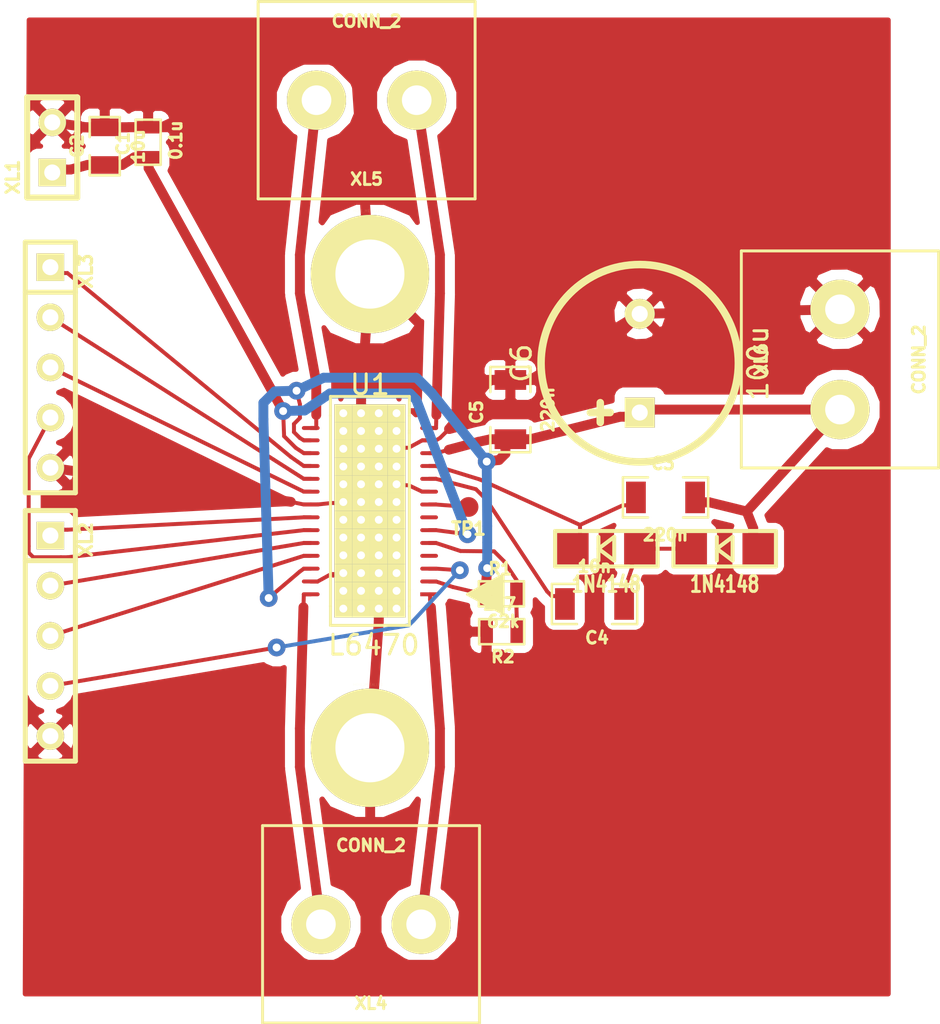
<source format=kicad_pcb>
(kicad_pcb (version 3) (host pcbnew "(2013-03-19 BZR 4004)-stable")

  (general
    (links 95)
    (no_connects 45)
    (area 237.10041 119.912409 284.904391 172.223291)
    (thickness 1.6)
    (drawings 0)
    (tracks 286)
    (zones 0)
    (modules 20)
    (nets 21)
  )

  (page A3)
  (layers
    (15 F.Cu signal)
    (0 B.Cu signal)
    (16 B.Adhes user)
    (17 F.Adhes user)
    (18 B.Paste user)
    (19 F.Paste user)
    (20 B.SilkS user)
    (21 F.SilkS user)
    (22 B.Mask user)
    (23 F.Mask user)
    (24 Dwgs.User user)
    (25 Cmts.User user)
    (26 Eco1.User user)
    (27 Eco2.User user)
    (28 Edge.Cuts user)
  )

  (setup
    (last_trace_width 0.2)
    (trace_clearance 0.2)
    (zone_clearance 0.508)
    (zone_45_only no)
    (trace_min 0.2)
    (segment_width 0.2)
    (edge_width 0.15)
    (via_size 0.9)
    (via_drill 0.4)
    (via_min_size 0.8)
    (via_min_drill 0.3)
    (uvia_size 0.508)
    (uvia_drill 0.3)
    (uvias_allowed no)
    (uvia_min_size 0.4)
    (uvia_min_drill 0.2)
    (pcb_text_width 0.3)
    (pcb_text_size 1 1)
    (mod_edge_width 0.15)
    (mod_text_size 1 1)
    (mod_text_width 0.15)
    (pad_size 1 1)
    (pad_drill 0.6)
    (pad_to_mask_clearance 0)
    (aux_axis_origin 0 0)
    (visible_elements FFFFFFBF)
    (pcbplotparams
      (layerselection 32768)
      (usegerberextensions true)
      (excludeedgelayer true)
      (linewidth 152400)
      (plotframeref false)
      (viasonmask false)
      (mode 1)
      (useauxorigin false)
      (hpglpennumber 1)
      (hpglpenspeed 20)
      (hpglpendiameter 15)
      (hpglpenoverlay 2)
      (psnegative false)
      (psa4output false)
      (plotreference true)
      (plotvalue true)
      (plotothertext true)
      (plotinvisibletext false)
      (padsonsilk false)
      (subtractmaskfromsilk false)
      (outputformat 1)
      (mirror false)
      (drillshape 0)
      (scaleselection 1)
      (outputdirectory Gerber/))
  )

  (net 0 "")
  (net 1 /OUT1A)
  (net 2 /OUT1B)
  (net 3 /OUT2A)
  (net 4 /OUT2B)
  (net 5 /Vdd)
  (net 6 /Vs)
  (net 7 GND)
  (net 8 N-000001)
  (net 9 N-0000012)
  (net 10 N-0000013)
  (net 11 N-0000014)
  (net 12 N-0000015)
  (net 13 N-0000016)
  (net 14 N-0000017)
  (net 15 N-0000018)
  (net 16 N-000002)
  (net 17 N-0000020)
  (net 18 N-0000021)
  (net 19 N-000003)
  (net 20 N-000004)

  (net_class Default "This is the default net class."
    (clearance 0.2)
    (trace_width 0.2)
    (via_dia 0.9)
    (via_drill 0.4)
    (uvia_dia 0.508)
    (uvia_drill 0.3)
    (add_net "")
    (add_net N-000001)
    (add_net N-0000012)
    (add_net N-0000013)
    (add_net N-0000014)
    (add_net N-0000015)
    (add_net N-0000016)
    (add_net N-0000017)
    (add_net N-0000018)
    (add_net N-000002)
    (add_net N-0000020)
    (add_net N-0000021)
    (add_net N-000003)
    (add_net N-000004)
  )

  (net_class Wide ""
    (clearance 0.2)
    (trace_width 0.5)
    (via_dia 0.9)
    (via_drill 0.4)
    (uvia_dia 0.508)
    (uvia_drill 0.3)
    (add_net /OUT1A)
    (add_net /OUT1B)
    (add_net /OUT2A)
    (add_net /OUT2B)
    (add_net /Vdd)
    (add_net /Vs)
    (add_net GND)
  )

  (module TESTPOINT_1MM (layer F.Cu) (tedit 4CE9A986) (tstamp 516810E0)
    (at 260.8 145.8)
    (path /51659554)
    (fp_text reference TP1 (at 0 1.09982) (layer F.SilkS)
      (effects (font (size 0.635 0.635) (thickness 0.16002)))
    )
    (fp_text value TESTPOINT (at 0 -0.89916) (layer F.SilkS) hide
      (effects (font (size 0.127 0.127) (thickness 0.00254)))
    )
    (pad 1 smd circle (at 0 0) (size 1.00076 1.524)
      (layers F.Cu F.Paste F.Mask)
      (net 13 N-0000016)
    )
  )

  (module SIL-5 (layer F.Cu) (tedit 4D38A276) (tstamp 516810EE)
    (at 239.6 140 270)
    (descr "Connecteur 5 pins")
    (tags "CONN DEV")
    (path /5165956D)
    (fp_text reference XL3 (at -6.14934 -1.80086 270) (layer F.SilkS)
      (effects (font (size 0.635 0.635) (thickness 0.16002)))
    )
    (fp_text value CONN_5 (at 1.95072 -1.80086 270) (layer F.SilkS) hide
      (effects (font (size 0.635 0.635) (thickness 0.16002)))
    )
    (fp_line (start -5.08 -1.27) (end -5.08 1.27) (layer F.SilkS) (width 0.254))
    (fp_line (start -7.62 -1.27) (end 5.08 -1.27) (layer F.SilkS) (width 0.254))
    (fp_line (start 5.08 -1.27) (end 5.08 1.27) (layer F.SilkS) (width 0.254))
    (fp_line (start 5.08 1.27) (end -7.62 1.27) (layer F.SilkS) (width 0.254))
    (fp_line (start -7.62 1.27) (end -7.62 -1.27) (layer F.SilkS) (width 0.254))
    (pad 1 thru_hole rect (at -6.35 0 270) (size 1.397 1.397) (drill 0.8128)
      (layers *.Cu *.Mask F.SilkS)
      (net 9 N-0000012)
    )
    (pad 2 thru_hole circle (at -3.81 0 270) (size 1.397 1.397) (drill 0.8128)
      (layers *.Cu *.Mask F.SilkS)
      (net 10 N-0000013)
    )
    (pad 3 thru_hole circle (at -1.27 0 270) (size 1.397 1.397) (drill 0.8128)
      (layers *.Cu *.Mask F.SilkS)
      (net 11 N-0000014)
    )
    (pad 4 thru_hole circle (at 1.27 0 270) (size 1.397 1.397) (drill 0.8128)
      (layers *.Cu *.Mask F.SilkS)
      (net 15 N-0000018)
    )
    (pad 5 thru_hole circle (at 3.81 0 270) (size 1.397 1.397) (drill 0.8128)
      (layers *.Cu *.Mask F.SilkS)
      (net 7 GND)
    )
  )

  (module SIL-5 (layer F.Cu) (tedit 4D38A276) (tstamp 516810FC)
    (at 239.6 153.6 270)
    (descr "Connecteur 5 pins")
    (tags "CONN DEV")
    (path /516595E1)
    (fp_text reference XL2 (at -6.14934 -1.80086 270) (layer F.SilkS)
      (effects (font (size 0.635 0.635) (thickness 0.16002)))
    )
    (fp_text value CONN_5 (at 1.95072 -1.80086 270) (layer F.SilkS) hide
      (effects (font (size 0.635 0.635) (thickness 0.16002)))
    )
    (fp_line (start -5.08 -1.27) (end -5.08 1.27) (layer F.SilkS) (width 0.254))
    (fp_line (start -7.62 -1.27) (end 5.08 -1.27) (layer F.SilkS) (width 0.254))
    (fp_line (start 5.08 -1.27) (end 5.08 1.27) (layer F.SilkS) (width 0.254))
    (fp_line (start 5.08 1.27) (end -7.62 1.27) (layer F.SilkS) (width 0.254))
    (fp_line (start -7.62 1.27) (end -7.62 -1.27) (layer F.SilkS) (width 0.254))
    (pad 1 thru_hole rect (at -6.35 0 270) (size 1.397 1.397) (drill 0.8128)
      (layers *.Cu *.Mask F.SilkS)
      (net 14 N-0000017)
    )
    (pad 2 thru_hole circle (at -3.81 0 270) (size 1.397 1.397) (drill 0.8128)
      (layers *.Cu *.Mask F.SilkS)
      (net 17 N-0000020)
    )
    (pad 3 thru_hole circle (at -1.27 0 270) (size 1.397 1.397) (drill 0.8128)
      (layers *.Cu *.Mask F.SilkS)
      (net 18 N-0000021)
    )
    (pad 4 thru_hole circle (at 1.27 0 270) (size 1.397 1.397) (drill 0.8128)
      (layers *.Cu *.Mask F.SilkS)
      (net 12 N-0000015)
    )
    (pad 5 thru_hole circle (at 3.81 0 270) (size 1.397 1.397) (drill 0.8128)
      (layers *.Cu *.Mask F.SilkS)
      (net 7 GND)
    )
  )

  (module SIL-2 (layer F.Cu) (tedit 4CE6706A) (tstamp 51681106)
    (at 239.6969 127.5827 90)
    (descr "Connecteurs 2 pins")
    (tags "CONN DEV")
    (path /5165A651)
    (fp_text reference XL1 (at -1.50114 -1.99898 90) (layer F.SilkS)
      (effects (font (size 0.635 0.635) (thickness 0.16002)))
    )
    (fp_text value CONN_2 (at 1.50114 -1.99898 90) (layer F.SilkS) hide
      (effects (font (size 0.635 0.635) (thickness 0.16002)))
    )
    (fp_line (start -2.54 1.27) (end -2.54 -1.27) (layer F.SilkS) (width 0.3048))
    (fp_line (start -2.54 -1.27) (end 2.54 -1.27) (layer F.SilkS) (width 0.3048))
    (fp_line (start 2.54 -1.27) (end 2.54 1.27) (layer F.SilkS) (width 0.3048))
    (fp_line (start 2.54 1.27) (end -2.54 1.27) (layer F.SilkS) (width 0.3048))
    (pad 1 thru_hole rect (at -1.27 0 90) (size 1.397 1.397) (drill 0.8128)
      (layers *.Cu *.Mask F.SilkS)
      (net 5 /Vdd)
    )
    (pad 2 thru_hole circle (at 1.27 0 90) (size 1.397 1.397) (drill 0.8128)
      (layers *.Cu *.Mask F.SilkS)
      (net 7 GND)
    )
  )

  (module RES_0603 (layer F.Cu) (tedit 4FFBCA03) (tstamp 51681110)
    (at 262.4797 152.119 180)
    (path /5165974F)
    (attr smd)
    (fp_text reference R2 (at -0.0635 -1.27 180) (layer F.SilkS)
      (effects (font (size 0.59944 0.59944) (thickness 0.14986)))
    )
    (fp_text value 2k7 (at 0.09906 1.39954 180) (layer F.SilkS)
      (effects (font (size 0.59944 0.59944) (thickness 0.14986)))
    )
    (fp_line (start -1.143 -0.635) (end 1.143 -0.635) (layer F.SilkS) (width 0.127))
    (fp_line (start 1.143 -0.635) (end 1.143 0.635) (layer F.SilkS) (width 0.127))
    (fp_line (start 1.143 0.635) (end -1.143 0.635) (layer F.SilkS) (width 0.127))
    (fp_line (start -1.143 0.635) (end -1.143 -0.635) (layer F.SilkS) (width 0.127))
    (pad 1 smd rect (at -0.762 0 180) (size 0.635 1.143)
      (layers F.Cu F.Paste F.Mask)
      (net 20 N-000004)
    )
    (pad 2 smd rect (at 0.762 0 180) (size 0.635 1.143)
      (layers F.Cu F.Paste F.Mask)
      (net 7 GND)
    )
    (model 3d\r_0603.wrl
      (at (xyz 0 0 0))
      (scale (xyz 1 1 1))
      (rotate (xyz 0 0 0))
    )
  )

  (module RES_0603 (layer F.Cu) (tedit 4FFBCA03) (tstamp 5168111A)
    (at 262.4657 150.2)
    (path /51659DC2)
    (attr smd)
    (fp_text reference R1 (at -0.0635 -1.27) (layer F.SilkS)
      (effects (font (size 0.59944 0.59944) (thickness 0.14986)))
    )
    (fp_text value 62k (at 0.09906 1.39954) (layer F.SilkS)
      (effects (font (size 0.59944 0.59944) (thickness 0.14986)))
    )
    (fp_line (start -1.143 -0.635) (end 1.143 -0.635) (layer F.SilkS) (width 0.127))
    (fp_line (start 1.143 -0.635) (end 1.143 0.635) (layer F.SilkS) (width 0.127))
    (fp_line (start 1.143 0.635) (end -1.143 0.635) (layer F.SilkS) (width 0.127))
    (fp_line (start -1.143 0.635) (end -1.143 -0.635) (layer F.SilkS) (width 0.127))
    (pad 1 smd rect (at -0.762 0) (size 0.635 1.143)
      (layers F.Cu F.Paste F.Mask)
      (net 6 /Vs)
    )
    (pad 2 smd rect (at 0.762 0) (size 0.635 1.143)
      (layers F.Cu F.Paste F.Mask)
      (net 20 N-000004)
    )
    (model 3d\r_0603.wrl
      (at (xyz 0 0 0))
      (scale (xyz 1 1 1))
      (rotate (xyz 0 0 0))
    )
  )

  (module HTSSOP28 (layer F.Cu) (tedit 515D9B53) (tstamp 5168118E)
    (at 255.8 146)
    (path /5165951A)
    (fp_text reference U1 (at 0 -6.4) (layer F.SilkS)
      (effects (font (size 1 1) (thickness 0.15)))
    )
    (fp_text value L6470 (at 0.2 6.8) (layer F.SilkS)
      (effects (font (size 1 1) (thickness 0.15)))
    )
    (fp_line (start 5 4.2) (end 6.7 5.1) (layer F.SilkS) (width 0.15))
    (fp_line (start 6.7 5.1) (end 6.6 3.4) (layer F.SilkS) (width 0.15))
    (fp_line (start 6.6 3.4) (end 5.2 4.2) (layer F.SilkS) (width 0.15))
    (fp_line (start 5.2 4.2) (end 6.6 4.9) (layer F.SilkS) (width 0.15))
    (fp_line (start 6.6 4.9) (end 6.5 3.6) (layer F.SilkS) (width 0.15))
    (fp_line (start 6.5 3.6) (end 5.4 4.2) (layer F.SilkS) (width 0.15))
    (fp_line (start 5.4 4.2) (end 6.5 4.7) (layer F.SilkS) (width 0.15))
    (fp_line (start 6.5 4.7) (end 6.4 3.7) (layer F.SilkS) (width 0.15))
    (fp_line (start 6.4 3.7) (end 5.6 4.2) (layer F.SilkS) (width 0.15))
    (fp_line (start 5.6 4.2) (end 6.4 4.6) (layer F.SilkS) (width 0.15))
    (fp_line (start 6.4 4.6) (end 6.3 3.8) (layer F.SilkS) (width 0.15))
    (fp_line (start 6.3 3.8) (end 5.8 4.2) (layer F.SilkS) (width 0.15))
    (fp_line (start 5.8 4.2) (end 6.3 4.4) (layer F.SilkS) (width 0.15))
    (fp_line (start 6.3 4.4) (end 6.2 4) (layer F.SilkS) (width 0.15))
    (fp_line (start 6.2 4) (end 6 4.2) (layer F.SilkS) (width 0.15))
    (fp_line (start 6 4.2) (end 6.1 4.2) (layer F.SilkS) (width 0.15))
    (fp_line (start 6.1 4.2) (end 6.2 4.2) (layer F.SilkS) (width 0.15))
    (fp_line (start 6.2 4.2) (end 6.6 3.4) (layer F.SilkS) (width 0.15))
    (fp_line (start 6.6 3.4) (end 6.7 3.4) (layer F.SilkS) (width 0.15))
    (fp_line (start 6.7 3.4) (end 6.5 4.9) (layer F.SilkS) (width 0.15))
    (fp_line (start 6.5 4.9) (end 6.7 5.1) (layer F.SilkS) (width 0.15))
    (fp_line (start 6.7 5.1) (end 6.3 4.6) (layer F.SilkS) (width 0.15))
    (fp_line (start 4.95 4.225) (end 6.75 3.25) (layer F.SilkS) (width 0.15))
    (fp_line (start 6.75 3.25) (end 6.75 5.2) (layer F.SilkS) (width 0.15))
    (fp_line (start 6.75 5.2) (end 4.95 4.225) (layer F.SilkS) (width 0.15))
    (fp_line (start -2 4.8) (end -2 5.8) (layer F.SilkS) (width 0.15))
    (fp_line (start -2 5.8) (end 2 5.8) (layer F.SilkS) (width 0.15))
    (fp_line (start 2 5.8) (end 2 4.8) (layer F.SilkS) (width 0.15))
    (fp_line (start -2 -4.8) (end -2 -5.8) (layer F.SilkS) (width 0.15))
    (fp_line (start -2 -5.8) (end 2 -5.8) (layer F.SilkS) (width 0.15))
    (fp_line (start 2 -5.8) (end 2 -4.8) (layer F.SilkS) (width 0.15))
    (fp_line (start 2 4.85) (end 2 4) (layer F.SilkS) (width 0.15))
    (fp_line (start 2 -3.9) (end 2 -4.1) (layer F.SilkS) (width 0.15))
    (fp_line (start 2 -4.85) (end 2 -4.05) (layer F.SilkS) (width 0.15))
    (fp_line (start 2 4) (end 2 -4) (layer F.SilkS) (width 0.15))
    (fp_line (start -2 -4.85) (end -2 4.85) (layer F.SilkS) (width 0.15))
    (pad 1 smd rect (at 3 4.225) (size 0.9 0.2)
      (layers F.Cu F.Paste F.Mask)
      (net 1 /OUT1A)
    )
    (pad 2 smd oval (at 3 3.575) (size 0.9 0.2)
      (layers F.Cu F.Paste F.Mask)
      (net 6 /Vs)
    )
    (pad 3 smd oval (at 3 2.925) (size 0.9 0.2)
      (layers F.Cu F.Paste F.Mask)
      (net 12 N-0000015)
    )
    (pad 4 smd oval (at 3 2.275) (size 0.9 0.2)
      (layers F.Cu F.Paste F.Mask)
    )
    (pad 5 smd oval (at 3 1.625) (size 0.9 0.2)
      (layers F.Cu F.Paste F.Mask)
      (net 20 N-000004)
    )
    (pad 6 smd oval (at 3 0.975) (size 0.9 0.2)
      (layers F.Cu F.Paste F.Mask)
      (net 5 /Vdd)
    )
    (pad 7 smd oval (at 3 0.325) (size 0.9 0.2)
      (layers F.Cu F.Paste F.Mask)
    )
    (pad 8 smd oval (at 3 -0.325) (size 0.9 0.2)
      (layers F.Cu F.Paste F.Mask)
      (net 13 N-0000016)
    )
    (pad 9 smd oval (at 3 -0.975) (size 0.9 0.2)
      (layers F.Cu F.Paste F.Mask)
      (net 7 GND)
    )
    (pad 10 smd oval (at 3 -1.625) (size 0.9 0.2)
      (layers F.Cu F.Paste F.Mask)
      (net 8 N-000001)
    )
    (pad 11 smd oval (at 3 -2.275) (size 0.9 0.2)
      (layers F.Cu F.Paste F.Mask)
      (net 19 N-000003)
    )
    (pad 12 smd oval (at 3 -2.925) (size 0.9 0.2)
      (layers F.Cu F.Paste F.Mask)
      (net 6 /Vs)
    )
    (pad 13 smd oval (at 3 -3.575) (size 0.9 0.2)
      (layers F.Cu F.Paste F.Mask)
      (net 7 GND)
    )
    (pad 14 smd oval (at 3 -4.2) (size 0.9 0.2)
      (layers F.Cu F.Paste F.Mask)
      (net 2 /OUT1B)
    )
    (pad 15 smd oval (at -3 -4.2) (size 0.9 0.2)
      (layers F.Cu F.Paste F.Mask)
      (net 4 /OUT2B)
    )
    (pad 16 smd oval (at -3 -3.575) (size 0.9 0.2)
      (layers F.Cu F.Paste F.Mask)
      (net 6 /Vs)
    )
    (pad 17 smd oval (at -3 -2.925) (size 0.9 0.2)
      (layers F.Cu F.Paste F.Mask)
      (net 5 /Vdd)
    )
    (pad 18 smd oval (at -3 -2.275) (size 0.9 0.2)
      (layers F.Cu F.Paste F.Mask)
      (net 9 N-0000012)
    )
    (pad 19 smd oval (at -3 -1.625) (size 0.9 0.2)
      (layers F.Cu F.Paste F.Mask)
      (net 10 N-0000013)
    )
    (pad 20 smd oval (at -3 -0.975) (size 0.9 0.2)
      (layers F.Cu F.Paste F.Mask)
      (net 11 N-0000014)
    )
    (pad 21 smd oval (at -3 -0.325) (size 0.9 0.2)
      (layers F.Cu F.Paste F.Mask)
      (net 7 GND)
    )
    (pad 22 smd oval (at -3 0.325) (size 0.9 0.2)
      (layers F.Cu F.Paste F.Mask)
      (net 14 N-0000017)
    )
    (pad 23 smd oval (at -3 0.975) (size 0.9 0.2)
      (layers F.Cu F.Paste F.Mask)
      (net 15 N-0000018)
    )
    (pad 24 smd oval (at -3 1.625) (size 0.9 0.2)
      (layers F.Cu F.Paste F.Mask)
      (net 17 N-0000020)
    )
    (pad 25 smd oval (at -3 2.275) (size 0.9 0.2)
      (layers F.Cu F.Paste F.Mask)
      (net 18 N-0000021)
    )
    (pad 26 smd oval (at -3 2.925) (size 0.9 0.2)
      (layers F.Cu F.Paste F.Mask)
      (net 6 /Vs)
    )
    (pad 27 smd oval (at -3 3.575) (size 0.9 0.2)
      (layers F.Cu F.Paste F.Mask)
      (net 7 GND)
    )
    (pad 28 smd oval (at -3 4.225) (size 0.9 0.2)
      (layers F.Cu F.Paste F.Mask)
      (net 3 /OUT2A)
    )
    (pad PAD thru_hole rect (at -0.45 0.45) (size 0.9 0.9) (drill 0.4)
      (layers *.Cu *.Mask F.SilkS)
      (net 7 GND)
    )
    (pad PAD thru_hole rect (at -1.35 0.45) (size 0.9 0.9) (drill 0.4)
      (layers *.Cu *.Mask F.SilkS)
      (net 7 GND)
    )
    (pad PAD thru_hole rect (at -1.35 -0.45) (size 0.9 0.9) (drill 0.4)
      (layers *.Cu *.Mask F.SilkS)
      (net 7 GND)
    )
    (pad PAD thru_hole rect (at -1.35 -1.35) (size 0.9 0.9) (drill 0.4)
      (layers *.Cu *.Mask F.SilkS)
      (net 7 GND)
    )
    (pad PAD thru_hole rect (at -1.35 -2.25) (size 0.9 0.9) (drill 0.4)
      (layers *.Cu *.Mask F.SilkS)
      (net 7 GND)
    )
    (pad PAD thru_hole rect (at -1.35 -3.15) (size 0.9 0.9) (drill 0.4)
      (layers *.Cu *.Mask F.SilkS)
      (net 7 GND)
    )
    (pad PAD thru_hole rect (at -1.35 -4.05) (size 0.9 0.9) (drill 0.4)
      (layers *.Cu *.Mask F.SilkS)
      (net 7 GND)
    )
    (pad PAD thru_hole rect (at -1.35 -4.95) (size 0.9 0.9) (drill 0.4)
      (layers *.Cu *.Mask F.SilkS)
      (net 7 GND)
    )
    (pad PAD thru_hole rect (at -0.45 -4.95) (size 0.9 0.9) (drill 0.4)
      (layers *.Cu *.Mask F.SilkS)
      (net 7 GND)
    )
    (pad PAD thru_hole rect (at -0.45 -4.05) (size 0.9 0.9) (drill 0.4)
      (layers *.Cu *.Mask F.SilkS)
      (net 7 GND)
    )
    (pad PAD thru_hole rect (at -0.45 -3.15) (size 0.9 0.9) (drill 0.4)
      (layers *.Cu *.Mask F.SilkS)
      (net 7 GND)
    )
    (pad PAD thru_hole rect (at -0.45 -2.25) (size 0.9 0.9) (drill 0.4)
      (layers *.Cu *.Mask F.SilkS)
      (net 7 GND)
    )
    (pad PAD thru_hole rect (at -0.45 -1.35) (size 0.9 0.9) (drill 0.4)
      (layers *.Cu *.Mask F.SilkS)
      (net 7 GND)
    )
    (pad PAD thru_hole rect (at -0.45 -0.45) (size 0.9 0.9) (drill 0.4)
      (layers *.Cu *.Mask F.SilkS)
      (net 7 GND)
    )
    (pad PAD thru_hole rect (at 0.45 -4.95) (size 0.9 0.9) (drill 0.4)
      (layers *.Cu *.Mask F.SilkS)
      (net 7 GND)
    )
    (pad PAD thru_hole rect (at 1.35 -4.95) (size 0.9 0.9) (drill 0.4)
      (layers *.Cu *.Mask F.SilkS)
      (net 7 GND)
    )
    (pad PAD thru_hole rect (at 1.35 -4.05) (size 0.9 0.9) (drill 0.4)
      (layers *.Cu *.Mask F.SilkS)
      (net 7 GND)
    )
    (pad PAD thru_hole rect (at 0.45 -4.05) (size 0.9 0.9) (drill 0.4)
      (layers *.Cu *.Mask F.SilkS)
      (net 7 GND)
    )
    (pad PAD thru_hole rect (at 0.45 -3.15) (size 0.9 0.9) (drill 0.4)
      (layers *.Cu *.Mask F.SilkS)
      (net 7 GND)
    )
    (pad PAD thru_hole rect (at 1.35 -3.15) (size 0.9 0.9) (drill 0.4)
      (layers *.Cu *.Mask F.SilkS)
      (net 7 GND)
    )
    (pad PAD thru_hole rect (at 1.35 -2.25) (size 0.9 0.9) (drill 0.4)
      (layers *.Cu *.Mask F.SilkS)
      (net 7 GND)
    )
    (pad PAD thru_hole rect (at 0.45 -2.25) (size 0.9 0.9) (drill 0.4)
      (layers *.Cu *.Mask F.SilkS)
      (net 7 GND)
    )
    (pad PAD thru_hole rect (at 0.45 -1.35) (size 0.9 0.9) (drill 0.4)
      (layers *.Cu *.Mask F.SilkS)
      (net 7 GND)
    )
    (pad PAD thru_hole rect (at 1.35 -1.35) (size 0.9 0.9) (drill 0.4)
      (layers *.Cu *.Mask F.SilkS)
      (net 7 GND)
    )
    (pad PAD thru_hole rect (at 1.35 -0.45) (size 0.9 0.9) (drill 0.4)
      (layers *.Cu *.Mask F.SilkS)
      (net 7 GND)
    )
    (pad PAD thru_hole rect (at 0.45 -0.45) (size 0.9 0.9) (drill 0.4)
      (layers *.Cu *.Mask F.SilkS)
      (net 7 GND)
    )
    (pad PAD thru_hole rect (at 0.45 0.45) (size 0.9 0.9) (drill 0.4)
      (layers *.Cu *.Mask F.SilkS)
      (net 7 GND)
    )
    (pad PAD thru_hole rect (at 1.35 0.45) (size 0.9 0.9) (drill 0.4)
      (layers *.Cu *.Mask F.SilkS)
      (net 7 GND)
    )
    (pad PAD thru_hole rect (at 1.35 1.35) (size 0.9 0.9) (drill 0.4)
      (layers *.Cu *.Mask F.SilkS)
      (net 7 GND)
    )
    (pad PAD thru_hole rect (at 0.45 1.35) (size 0.9 0.9) (drill 0.4)
      (layers *.Cu *.Mask F.SilkS)
      (net 7 GND)
    )
    (pad PAD thru_hole rect (at -0.45 1.35) (size 0.9 0.9) (drill 0.4)
      (layers *.Cu *.Mask F.SilkS)
      (net 7 GND)
    )
    (pad PAD thru_hole rect (at -1.35 1.35) (size 0.9 0.9) (drill 0.4)
      (layers *.Cu *.Mask F.SilkS)
      (net 7 GND)
    )
    (pad PAD thru_hole rect (at -1.35 2.25) (size 0.9 0.9) (drill 0.4)
      (layers *.Cu *.Mask F.SilkS)
      (net 7 GND)
    )
    (pad PAD thru_hole rect (at -0.45 2.25) (size 0.9 0.9) (drill 0.4)
      (layers *.Cu *.Mask F.SilkS)
      (net 7 GND)
    )
    (pad PAD thru_hole rect (at 0.45 2.25) (size 0.9 0.9) (drill 0.4)
      (layers *.Cu *.Mask F.SilkS)
      (net 7 GND)
    )
    (pad PAD thru_hole rect (at 1.35 2.25) (size 0.9 0.9) (drill 0.4)
      (layers *.Cu *.Mask F.SilkS)
      (net 7 GND)
    )
    (pad PAD thru_hole rect (at 1.35 3.15) (size 0.9 0.9) (drill 0.4)
      (layers *.Cu *.Mask F.SilkS)
      (net 7 GND)
    )
    (pad PAD thru_hole rect (at 0.45 3.15) (size 0.9 0.9) (drill 0.4)
      (layers *.Cu *.Mask F.SilkS)
      (net 7 GND)
    )
    (pad PAD thru_hole rect (at -0.45 3.15) (size 0.9 0.9) (drill 0.4)
      (layers *.Cu *.Mask F.SilkS)
      (net 7 GND)
    )
    (pad PAD thru_hole rect (at -1.35 3.15) (size 0.9 0.9) (drill 0.4)
      (layers *.Cu *.Mask F.SilkS)
      (net 7 GND)
    )
    (pad PAD thru_hole rect (at -1.35 4.05) (size 0.9 0.9) (drill 0.4)
      (layers *.Cu *.Mask F.SilkS)
      (net 7 GND)
    )
    (pad PAD thru_hole rect (at -0.45 4.05) (size 0.9 0.9) (drill 0.4)
      (layers *.Cu *.Mask F.SilkS)
      (net 7 GND)
    )
    (pad PAD thru_hole rect (at 0.45 4.05) (size 0.9 0.9) (drill 0.4)
      (layers *.Cu *.Mask F.SilkS)
      (net 7 GND)
    )
    (pad PAD thru_hole rect (at 1.35 4.05) (size 0.9 0.9) (drill 0.4)
      (layers *.Cu *.Mask F.SilkS)
      (net 7 GND)
    )
    (pad PAD thru_hole rect (at 1.35 4.95) (size 0.9 0.9) (drill 0.4)
      (layers *.Cu *.Mask F.SilkS)
      (net 7 GND)
    )
    (pad PAD thru_hole rect (at 0.45 4.95) (size 0.9 0.9) (drill 0.4)
      (layers *.Cu *.Mask F.SilkS)
      (net 7 GND)
    )
    (pad PAD thru_hole rect (at -0.45 4.95) (size 0.9 0.9) (drill 0.4)
      (layers *.Cu *.Mask F.SilkS)
      (net 7 GND)
    )
    (pad PAD thru_hole rect (at -1.35 4.95) (size 0.9 0.9) (drill 0.4)
      (layers *.Cu *.Mask F.SilkS)
      (net 7 GND)
    )
  )

  (module Hole3_5_out6mm (layer F.Cu) (tedit 4CE9A9B5) (tstamp 51681193)
    (at 255.8 158)
    (path /5165A735)
    (fp_text reference HOLE2 (at 0 3.2004) (layer F.SilkS) hide
      (effects (font (size 0.127 0.127) (thickness 0.00254)))
    )
    (fp_text value HOLE_METALLED (at -0.09906 -3.2004) (layer F.SilkS)
      (effects (font (size 0.127 0.127) (thickness 0.00254)))
    )
    (pad Hle thru_hole circle (at 0 0) (size 5.99948 5.99948) (drill 3.50012)
      (layers *.Cu *.Mask F.SilkS)
      (net 7 GND)
    )
  )

  (module Hole3_5_out6mm (layer F.Cu) (tedit 4CE9A9B5) (tstamp 51681198)
    (at 255.8 134)
    (path /5165A6BF)
    (fp_text reference HOLE1 (at 0 3.2004) (layer F.SilkS) hide
      (effects (font (size 0.127 0.127) (thickness 0.00254)))
    )
    (fp_text value HOLE_METALLED (at -0.09906 -3.2004) (layer F.SilkS)
      (effects (font (size 0.127 0.127) (thickness 0.00254)))
    )
    (pad Hle thru_hole circle (at 0 0) (size 5.99948 5.99948) (drill 3.50012)
      (layers *.Cu *.Mask F.SilkS)
      (net 7 GND)
    )
  )

  (module DIODE_SOD80C (layer F.Cu) (tedit 4F2E61AF) (tstamp 516811A6)
    (at 273.7852 147.9156)
    (path /5165A01F)
    (fp_text reference D2 (at 0 -1.6002) (layer F.SilkS) hide
      (effects (font (size 0.8001 0.59944) (thickness 0.14986)))
    )
    (fp_text value 1N4148 (at 0 1.80086) (layer F.SilkS)
      (effects (font (size 0.8001 0.59944) (thickness 0.14986)))
    )
    (fp_line (start -0.39878 0) (end 0.39878 -0.59944) (layer F.SilkS) (width 0.20066))
    (fp_line (start 0.39878 -0.59944) (end 0.39878 0.59944) (layer F.SilkS) (width 0.20066))
    (fp_line (start 0.39878 0.59944) (end -0.39878 0) (layer F.SilkS) (width 0.20066))
    (fp_line (start -0.39878 -0.59944) (end -0.39878 0.59944) (layer F.SilkS) (width 0.20066))
    (fp_line (start -2.60096 -0.89916) (end -2.60096 0.89916) (layer F.SilkS) (width 0.20066))
    (fp_line (start -2.60096 0.89916) (end 2.60096 0.89916) (layer F.SilkS) (width 0.20066))
    (fp_line (start 2.60096 0.89916) (end 2.60096 -0.89916) (layer F.SilkS) (width 0.20066))
    (fp_line (start 2.60096 -0.89916) (end -2.60096 -0.89916) (layer F.SilkS) (width 0.20066))
    (pad A smd rect (at 1.69926 0) (size 1.6002 1.6002)
      (layers F.Cu F.Paste F.Mask)
      (net 6 /Vs)
    )
    (pad C smd rect (at -1.69926 0) (size 1.6002 1.6002)
      (layers F.Cu F.Paste F.Mask)
      (net 16 N-000002)
    )
  )

  (module DIODE_SOD80C (layer F.Cu) (tedit 4F2E61AF) (tstamp 516811B4)
    (at 267.7852 147.9156)
    (path /5165A010)
    (fp_text reference D1 (at 0 -1.6002) (layer F.SilkS) hide
      (effects (font (size 0.8001 0.59944) (thickness 0.14986)))
    )
    (fp_text value 1N4148 (at 0 1.80086) (layer F.SilkS)
      (effects (font (size 0.8001 0.59944) (thickness 0.14986)))
    )
    (fp_line (start -0.39878 0) (end 0.39878 -0.59944) (layer F.SilkS) (width 0.20066))
    (fp_line (start 0.39878 -0.59944) (end 0.39878 0.59944) (layer F.SilkS) (width 0.20066))
    (fp_line (start 0.39878 0.59944) (end -0.39878 0) (layer F.SilkS) (width 0.20066))
    (fp_line (start -0.39878 -0.59944) (end -0.39878 0.59944) (layer F.SilkS) (width 0.20066))
    (fp_line (start -2.60096 -0.89916) (end -2.60096 0.89916) (layer F.SilkS) (width 0.20066))
    (fp_line (start -2.60096 0.89916) (end 2.60096 0.89916) (layer F.SilkS) (width 0.20066))
    (fp_line (start 2.60096 0.89916) (end 2.60096 -0.89916) (layer F.SilkS) (width 0.20066))
    (fp_line (start 2.60096 -0.89916) (end -2.60096 -0.89916) (layer F.SilkS) (width 0.20066))
    (pad A smd rect (at 1.69926 0) (size 1.6002 1.6002)
      (layers F.Cu F.Paste F.Mask)
      (net 16 N-000002)
    )
    (pad C smd rect (at -1.69926 0) (size 1.6002 1.6002)
      (layers F.Cu F.Paste F.Mask)
      (net 19 N-000003)
    )
  )

  (module CONN_KF128D_2 (layer F.Cu) (tedit 501983B2) (tstamp 516811BE)
    (at 279.6282 138.3249 90)
    (path /5165A742)
    (fp_text reference XL6 (at 0 -4.0005 90) (layer F.SilkS)
      (effects (font (size 0.59944 0.59944) (thickness 0.14986)))
    )
    (fp_text value CONN_2 (at 0 4.0005 90) (layer F.SilkS)
      (effects (font (size 0.59944 0.59944) (thickness 0.14986)))
    )
    (fp_line (start 5.4991 -5.00126) (end 5.4991 5.00126) (layer F.SilkS) (width 0.14986))
    (fp_line (start 5.4991 5.00126) (end -5.4991 5.00126) (layer F.SilkS) (width 0.14986))
    (fp_line (start -5.4991 5.00126) (end -5.4991 -5.00126) (layer F.SilkS) (width 0.14986))
    (fp_line (start -5.4991 -5.00126) (end 5.4991 -5.00126) (layer F.SilkS) (width 0.14986))
    (pad 1 thru_hole circle (at -2.54 0 90) (size 2.99974 2.99974) (drill 1.50114)
      (layers *.Cu *.Mask F.SilkS)
      (net 6 /Vs)
    )
    (pad 2 thru_hole circle (at 2.54 0 90) (size 2.99974 2.99974) (drill 1.50114)
      (layers *.Cu *.Mask F.SilkS)
      (net 7 GND)
    )
  )

  (module CONN_KF128D_2 (layer F.Cu) (tedit 501983B2) (tstamp 516811C8)
    (at 255.6322 125.1886 180)
    (path /51659693)
    (fp_text reference XL5 (at 0 -4.0005 180) (layer F.SilkS)
      (effects (font (size 0.59944 0.59944) (thickness 0.14986)))
    )
    (fp_text value CONN_2 (at 0 4.0005 180) (layer F.SilkS)
      (effects (font (size 0.59944 0.59944) (thickness 0.14986)))
    )
    (fp_line (start 5.4991 -5.00126) (end 5.4991 5.00126) (layer F.SilkS) (width 0.14986))
    (fp_line (start 5.4991 5.00126) (end -5.4991 5.00126) (layer F.SilkS) (width 0.14986))
    (fp_line (start -5.4991 5.00126) (end -5.4991 -5.00126) (layer F.SilkS) (width 0.14986))
    (fp_line (start -5.4991 -5.00126) (end 5.4991 -5.00126) (layer F.SilkS) (width 0.14986))
    (pad 1 thru_hole circle (at -2.54 0 180) (size 2.99974 2.99974) (drill 1.50114)
      (layers *.Cu *.Mask F.SilkS)
      (net 2 /OUT1B)
    )
    (pad 2 thru_hole circle (at 2.54 0 180) (size 2.99974 2.99974) (drill 1.50114)
      (layers *.Cu *.Mask F.SilkS)
      (net 4 /OUT2B)
    )
  )

  (module CONN_KF128D_2 (layer F.Cu) (tedit 501983B2) (tstamp 516811D2)
    (at 255.856 166.9471 180)
    (path /51659684)
    (fp_text reference XL4 (at 0 -4.0005 180) (layer F.SilkS)
      (effects (font (size 0.59944 0.59944) (thickness 0.14986)))
    )
    (fp_text value CONN_2 (at 0 4.0005 180) (layer F.SilkS)
      (effects (font (size 0.59944 0.59944) (thickness 0.14986)))
    )
    (fp_line (start 5.4991 -5.00126) (end 5.4991 5.00126) (layer F.SilkS) (width 0.14986))
    (fp_line (start 5.4991 5.00126) (end -5.4991 5.00126) (layer F.SilkS) (width 0.14986))
    (fp_line (start -5.4991 5.00126) (end -5.4991 -5.00126) (layer F.SilkS) (width 0.14986))
    (fp_line (start -5.4991 -5.00126) (end 5.4991 -5.00126) (layer F.SilkS) (width 0.14986))
    (pad 1 thru_hole circle (at -2.54 0 180) (size 2.99974 2.99974) (drill 1.50114)
      (layers *.Cu *.Mask F.SilkS)
      (net 1 /OUT1A)
    )
    (pad 2 thru_hole circle (at 2.54 0 180) (size 2.99974 2.99974) (drill 1.50114)
      (layers *.Cu *.Mask F.SilkS)
      (net 3 /OUT2A)
    )
  )

  (module CAP_1206 (layer F.Cu) (tedit 4FFBC937) (tstamp 516811DE)
    (at 267.1852 150.7156 180)
    (path /51659FB0)
    (attr smd)
    (fp_text reference C4 (at -0.127 -1.7145 180) (layer F.SilkS)
      (effects (font (size 0.59944 0.59944) (thickness 0.14986)))
    )
    (fp_text value 10n (at 0 1.89992 180) (layer F.SilkS)
      (effects (font (size 0.59944 0.59944) (thickness 0.14986)))
    )
    (fp_line (start -0.889 -1.016) (end -2.159 -1.016) (layer F.SilkS) (width 0.127))
    (fp_line (start -2.159 -1.016) (end -2.159 1.016) (layer F.SilkS) (width 0.127))
    (fp_line (start -2.159 1.016) (end -0.889 1.016) (layer F.SilkS) (width 0.127))
    (fp_line (start 0.889 -1.016) (end 2.159 -1.016) (layer F.SilkS) (width 0.127))
    (fp_line (start 2.159 -1.016) (end 2.159 1.016) (layer F.SilkS) (width 0.127))
    (fp_line (start 2.159 1.016) (end 0.889 1.016) (layer F.SilkS) (width 0.127))
    (pad 1 smd rect (at -1.50114 0 180) (size 1.00076 1.6002)
      (layers F.Cu F.Paste F.Mask)
      (net 16 N-000002)
    )
    (pad 2 smd rect (at 1.50114 0 180) (size 1.00076 1.6002)
      (layers F.Cu F.Paste F.Mask)
      (net 8 N-000001)
    )
    (model 3d\c_1206.wrl
      (at (xyz 0 0 0))
      (scale (xyz 1 1 1))
      (rotate (xyz 0 0 0))
    )
  )

  (module CAP_1206 (layer F.Cu) (tedit 4FFBC937) (tstamp 516811EA)
    (at 270.7852 145.3156)
    (path /51659FA1)
    (attr smd)
    (fp_text reference C3 (at -0.127 -1.7145) (layer F.SilkS)
      (effects (font (size 0.59944 0.59944) (thickness 0.14986)))
    )
    (fp_text value 220n (at 0 1.89992) (layer F.SilkS)
      (effects (font (size 0.59944 0.59944) (thickness 0.14986)))
    )
    (fp_line (start -0.889 -1.016) (end -2.159 -1.016) (layer F.SilkS) (width 0.127))
    (fp_line (start -2.159 -1.016) (end -2.159 1.016) (layer F.SilkS) (width 0.127))
    (fp_line (start -2.159 1.016) (end -0.889 1.016) (layer F.SilkS) (width 0.127))
    (fp_line (start 0.889 -1.016) (end 2.159 -1.016) (layer F.SilkS) (width 0.127))
    (fp_line (start 2.159 -1.016) (end 2.159 1.016) (layer F.SilkS) (width 0.127))
    (fp_line (start 2.159 1.016) (end 0.889 1.016) (layer F.SilkS) (width 0.127))
    (pad 1 smd rect (at -1.50114 0) (size 1.00076 1.6002)
      (layers F.Cu F.Paste F.Mask)
      (net 19 N-000003)
    )
    (pad 2 smd rect (at 1.50114 0) (size 1.00076 1.6002)
      (layers F.Cu F.Paste F.Mask)
      (net 6 /Vs)
    )
    (model 3d\c_1206.wrl
      (at (xyz 0 0 0))
      (scale (xyz 1 1 1))
      (rotate (xyz 0 0 0))
    )
  )

  (module CAP_1206 (layer F.Cu) (tedit 4FFBC937) (tstamp 516811F6)
    (at 262.9202 140.866 90)
    (path /51659F83)
    (attr smd)
    (fp_text reference C5 (at -0.127 -1.7145 90) (layer F.SilkS)
      (effects (font (size 0.59944 0.59944) (thickness 0.14986)))
    )
    (fp_text value 220n (at 0 1.89992 90) (layer F.SilkS)
      (effects (font (size 0.59944 0.59944) (thickness 0.14986)))
    )
    (fp_line (start -0.889 -1.016) (end -2.159 -1.016) (layer F.SilkS) (width 0.127))
    (fp_line (start -2.159 -1.016) (end -2.159 1.016) (layer F.SilkS) (width 0.127))
    (fp_line (start -2.159 1.016) (end -0.889 1.016) (layer F.SilkS) (width 0.127))
    (fp_line (start 0.889 -1.016) (end 2.159 -1.016) (layer F.SilkS) (width 0.127))
    (fp_line (start 2.159 -1.016) (end 2.159 1.016) (layer F.SilkS) (width 0.127))
    (fp_line (start 2.159 1.016) (end 0.889 1.016) (layer F.SilkS) (width 0.127))
    (pad 1 smd rect (at -1.50114 0 90) (size 1.00076 1.6002)
      (layers F.Cu F.Paste F.Mask)
      (net 6 /Vs)
    )
    (pad 2 smd rect (at 1.50114 0 90) (size 1.00076 1.6002)
      (layers F.Cu F.Paste F.Mask)
      (net 7 GND)
    )
    (model 3d\c_1206.wrl
      (at (xyz 0 0 0))
      (scale (xyz 1 1 1))
      (rotate (xyz 0 0 0))
    )
  )

  (module CAP_10xxR (layer F.Cu) (tedit 4F950007) (tstamp 516811FF)
    (at 269.4759 138.5164 90)
    (descr "Polarized capacitor 10R 5F")
    (path /5165A4AD)
    (fp_text reference C6 (at 0 -5.99948 90) (layer F.SilkS)
      (effects (font (size 1.00076 1.00076) (thickness 0.14986)))
    )
    (fp_text value 100u (at 0 5.99948 90) (layer F.SilkS)
      (effects (font (size 1.00076 1.00076) (thickness 0.14986)))
    )
    (fp_circle (center 0 0) (end 5.00126 0) (layer F.SilkS) (width 0.381))
    (fp_line (start -2.99974 -1.99898) (end -1.99898 -1.99898) (layer F.SilkS) (width 0.381))
    (fp_line (start -2.49936 -2.49936) (end -2.49936 -1.50114) (layer F.SilkS) (width 0.381))
    (pad 1 thru_hole rect (at -2.49936 0 90) (size 1.524 1.524) (drill 0.8128)
      (layers *.Cu *.Mask F.SilkS)
      (net 6 /Vs)
    )
    (pad 2 thru_hole circle (at 2.49936 0 90) (size 1.524 1.524) (drill 0.8128)
      (layers *.Cu *.Mask F.SilkS)
      (net 7 GND)
    )
  )

  (module CAP_0805 (layer F.Cu) (tedit 4FFBC8FF) (tstamp 5168120B)
    (at 242.3575 127.5194 90)
    (path /5165A56F)
    (attr smd)
    (fp_text reference C2 (at 0 -1.39954 90) (layer F.SilkS)
      (effects (font (size 0.59944 0.59944) (thickness 0.14986)))
    )
    (fp_text value 10u (at 0 1.69926 90) (layer F.SilkS)
      (effects (font (size 0.59944 0.59944) (thickness 0.14986)))
    )
    (fp_line (start -0.45974 0.762) (end -1.47574 0.762) (layer F.SilkS) (width 0.127))
    (fp_line (start -1.47574 0.762) (end -1.47574 -0.762) (layer F.SilkS) (width 0.127))
    (fp_line (start -1.47574 -0.762) (end -0.45974 -0.762) (layer F.SilkS) (width 0.127))
    (fp_line (start 0.45974 -0.762) (end 1.47574 -0.762) (layer F.SilkS) (width 0.127))
    (fp_line (start 1.47574 -0.762) (end 1.47574 0.762) (layer F.SilkS) (width 0.127))
    (fp_line (start 1.47574 0.762) (end 0.45974 0.762) (layer F.SilkS) (width 0.127))
    (pad 1 smd rect (at -0.9525 0 90) (size 0.889 1.397)
      (layers F.Cu F.Paste F.Mask)
      (net 5 /Vdd)
    )
    (pad 2 smd rect (at 0.9525 0 90) (size 0.889 1.397)
      (layers F.Cu F.Paste F.Mask)
      (net 7 GND)
    )
    (model 3d\c_0805.wrl
      (at (xyz 0 0 0))
      (scale (xyz 1 1 1))
      (rotate (xyz 0 0 0))
    )
  )

  (module CAP_0603 (layer F.Cu) (tedit 4FFBC8E4) (tstamp 51681215)
    (at 244.5575 127.3194 90)
    (path /5165A57E)
    (attr smd)
    (fp_text reference C1 (at -0.0635 -1.27 90) (layer F.SilkS)
      (effects (font (size 0.59944 0.59944) (thickness 0.14986)))
    )
    (fp_text value 0.1u (at 0.09906 1.39954 90) (layer F.SilkS)
      (effects (font (size 0.59944 0.59944) (thickness 0.14986)))
    )
    (fp_line (start -1.143 -0.635) (end 1.143 -0.635) (layer F.SilkS) (width 0.127))
    (fp_line (start 1.143 -0.635) (end 1.143 0.635) (layer F.SilkS) (width 0.127))
    (fp_line (start 1.143 0.635) (end -1.143 0.635) (layer F.SilkS) (width 0.127))
    (fp_line (start -1.143 0.635) (end -1.143 -0.635) (layer F.SilkS) (width 0.127))
    (pad 1 smd rect (at -0.762 0 90) (size 0.635 1.143)
      (layers F.Cu F.Paste F.Mask)
      (net 5 /Vdd)
    )
    (pad 2 smd rect (at 0.762 0 90) (size 0.635 1.143)
      (layers F.Cu F.Paste F.Mask)
      (net 7 GND)
    )
    (model 3d\c_0603.wrl
      (at (xyz 0 0 0))
      (scale (xyz 1 1 1))
      (rotate (xyz 0 0 0))
    )
  )

  (segment (start 258.8499 150.4907) (end 258.89 150.88) (width 0.2) (layer F.Cu) (net 1))
  (segment (start 258.8499 150.325) (end 258.8499 150.4907) (width 0.2) (layer F.Cu) (net 1))
  (segment (start 258.8499 150.225) (end 258.8499 150.325) (width 0.2) (layer F.Cu) (net 1))
  (segment (start 258.8 150.225) (end 258.8499 150.225) (width 0.2) (layer F.Cu) (net 1))
  (segment (start 259.3498 157.0226) (end 258.89 150.88) (width 0.5) (layer F.Cu) (net 1))
  (segment (start 259.3498 158.9774) (end 259.3498 157.0226) (width 0.5) (layer F.Cu) (net 1))
  (segment (start 258.396 166.9471) (end 259.3498 158.9774) (width 0.5) (layer F.Cu) (net 1))
  (segment (start 259.15 141.8) (end 259.17 141.14) (width 0.2) (layer F.Cu) (net 2))
  (segment (start 258.8 141.8) (end 259.15 141.8) (width 0.2) (layer F.Cu) (net 2))
  (segment (start 259.3498 134.9774) (end 259.17 141.14) (width 0.5) (layer F.Cu) (net 2))
  (segment (start 259.3498 133.0226) (end 259.3498 134.9774) (width 0.5) (layer F.Cu) (net 2))
  (segment (start 258.1722 125.1886) (end 259.3498 133.0226) (width 0.5) (layer F.Cu) (net 2))
  (segment (start 252.45 150.225) (end 252.43 150.88) (width 0.2) (layer F.Cu) (net 3))
  (segment (start 252.8 150.225) (end 252.45 150.225) (width 0.2) (layer F.Cu) (net 3))
  (segment (start 252.2502 158.9774) (end 253.316 166.9471) (width 0.5) (layer F.Cu) (net 3))
  (segment (start 252.2502 157.0226) (end 252.2502 158.9774) (width 0.5) (layer F.Cu) (net 3))
  (segment (start 252.43 150.88) (end 252.2502 157.0226) (width 0.5) (layer F.Cu) (net 3))
  (segment (start 253.08 141.8) (end 253.08 141.14) (width 0.2) (layer F.Cu) (net 4))
  (segment (start 252.8 141.8) (end 253.08 141.8) (width 0.2) (layer F.Cu) (net 4))
  (segment (start 252.2502 133.0226) (end 253.0922 125.1886) (width 0.5) (layer F.Cu) (net 4))
  (segment (start 252.2502 134.9774) (end 252.2502 133.0226) (width 0.5) (layer F.Cu) (net 4))
  (segment (start 253.0801 139.4957) (end 252.2502 134.9774) (width 0.5) (layer F.Cu) (net 4))
  (segment (start 253.08 141.14) (end 253.0801 139.4957) (width 0.5) (layer F.Cu) (net 4))
  (via (at 251.4 140.94) (size 0.9) (layers F.Cu B.Cu) (net 5))
  (via (at 260.7451 147.1828) (size 0.9) (layers F.Cu B.Cu) (net 5))
  (segment (start 252.4943 140.9101) (end 251.4 140.94) (width 0.5) (layer B.Cu) (net 5))
  (segment (start 253.7721 140.0499) (end 252.4943 140.9101) (width 0.5) (layer B.Cu) (net 5))
  (segment (start 254.2279 140.0499) (end 253.7721 140.0499) (width 0.5) (layer B.Cu) (net 5))
  (segment (start 257.8279 140.0499) (end 254.2279 140.0499) (width 0.5) (layer B.Cu) (net 5))
  (segment (start 258.1501 140.3721) (end 257.8279 140.0499) (width 0.5) (layer B.Cu) (net 5))
  (segment (start 260.7451 147.1828) (end 258.1501 140.3721) (width 0.5) (layer B.Cu) (net 5))
  (segment (start 241.909 128.4719) (end 242.3575 128.4719) (width 0.5) (layer F.Cu) (net 5))
  (segment (start 241.659 128.4719) (end 241.909 128.4719) (width 0.5) (layer F.Cu) (net 5))
  (segment (start 241.4749 128.4719) (end 241.659 128.4719) (width 0.5) (layer F.Cu) (net 5))
  (segment (start 240.6233 128.7043) (end 241.4749 128.4719) (width 0.5) (layer F.Cu) (net 5))
  (segment (start 240.3954 128.7043) (end 240.6233 128.7043) (width 0.5) (layer F.Cu) (net 5))
  (segment (start 240.1454 128.7043) (end 240.3954 128.7043) (width 0.5) (layer F.Cu) (net 5))
  (segment (start 239.6969 128.8527) (end 240.1454 128.7043) (width 0.5) (layer F.Cu) (net 5))
  (segment (start 259.15 146.975) (end 260.7451 147.1828) (width 0.2) (layer F.Cu) (net 5))
  (segment (start 258.8 146.975) (end 259.15 146.975) (width 0.2) (layer F.Cu) (net 5))
  (segment (start 251.4498 142.2143) (end 251.4 140.94) (width 0.2) (layer F.Cu) (net 5))
  (segment (start 252.0357 142.8002) (end 251.4498 142.2143) (width 0.2) (layer F.Cu) (net 5))
  (segment (start 252.45 143.075) (end 252.0357 142.8002) (width 0.2) (layer F.Cu) (net 5))
  (segment (start 252.8 143.075) (end 252.45 143.075) (width 0.2) (layer F.Cu) (net 5))
  (segment (start 244.236 128.0814) (end 244.5575 128.0814) (width 0.5) (layer F.Cu) (net 5))
  (segment (start 243.986 128.0814) (end 244.236 128.0814) (width 0.5) (layer F.Cu) (net 5))
  (segment (start 243.8545 128.0814) (end 243.986 128.0814) (width 0.5) (layer F.Cu) (net 5))
  (segment (start 243.2401 128.4719) (end 243.8545 128.0814) (width 0.5) (layer F.Cu) (net 5))
  (segment (start 243.056 128.4719) (end 243.2401 128.4719) (width 0.5) (layer F.Cu) (net 5))
  (segment (start 242.806 128.4719) (end 243.056 128.4719) (width 0.5) (layer F.Cu) (net 5))
  (segment (start 242.3575 128.4719) (end 242.806 128.4719) (width 0.5) (layer F.Cu) (net 5))
  (segment (start 244.5789 128.1489) (end 244.5575 128.0814) (width 0.5) (layer F.Cu) (net 5))
  (segment (start 244.5789 128.3989) (end 244.5789 128.1489) (width 0.5) (layer F.Cu) (net 5))
  (segment (start 244.5789 128.6268) (end 244.5789 128.3989) (width 0.5) (layer F.Cu) (net 5))
  (segment (start 251.4 140.94) (end 244.5789 128.6268) (width 0.5) (layer F.Cu) (net 5))
  (via (at 250.6674 150.4131) (size 0.9) (layers F.Cu B.Cu) (net 6))
  (via (at 261.7436 148.9) (size 0.9) (layers F.Cu B.Cu) (net 6))
  (via (at 261.72 143.5) (size 0.9) (layers F.Cu B.Cu) (net 6))
  (via (at 252.08 139.91) (size 0.9) (layers F.Cu B.Cu) (net 6))
  (segment (start 250.3999 141.3543) (end 250.6674 150.4131) (width 0.5) (layer B.Cu) (net 6))
  (segment (start 250.3999 140.5257) (end 250.3999 141.3543) (width 0.5) (layer B.Cu) (net 6))
  (segment (start 250.9857 139.9399) (end 250.3999 140.5257) (width 0.5) (layer B.Cu) (net 6))
  (segment (start 252.08 139.91) (end 250.9857 139.9399) (width 0.5) (layer B.Cu) (net 6))
  (segment (start 253.427 139.2635) (end 252.08 139.91) (width 0.5) (layer B.Cu) (net 6))
  (segment (start 253.4601 139.2498) (end 253.427 139.2635) (width 0.5) (layer B.Cu) (net 6))
  (segment (start 254.5399 139.2498) (end 253.4601 139.2498) (width 0.5) (layer B.Cu) (net 6))
  (segment (start 258.1399 139.2498) (end 254.5399 139.2498) (width 0.5) (layer B.Cu) (net 6))
  (segment (start 258.173 139.2635) (end 258.1399 139.2498) (width 0.5) (layer B.Cu) (net 6))
  (segment (start 258.9365 140.027) (end 258.173 139.2635) (width 0.5) (layer B.Cu) (net 6))
  (segment (start 261.72 143.5) (end 258.9365 140.027) (width 0.5) (layer B.Cu) (net 6))
  (segment (start 261.7452 146.7685) (end 261.72 143.5) (width 0.5) (layer B.Cu) (net 6))
  (segment (start 261.7452 147.5971) (end 261.7452 146.7685) (width 0.5) (layer B.Cu) (net 6))
  (segment (start 261.7436 148.9) (end 261.7452 147.5971) (width 0.5) (layer B.Cu) (net 6))
  (segment (start 259.15 149.575) (end 258.8 149.575) (width 0.2) (layer F.Cu) (net 6))
  (segment (start 260.0069 149.8563) (end 259.15 149.575) (width 0.2) (layer F.Cu) (net 6))
  (segment (start 261.3862 150.1786) (end 260.0069 149.8563) (width 0.2) (layer F.Cu) (net 6))
  (segment (start 261.4862 150.1786) (end 261.3862 150.1786) (width 0.2) (layer F.Cu) (net 6))
  (segment (start 261.7037 150.2) (end 261.4862 150.1786) (width 0.2) (layer F.Cu) (net 6))
  (segment (start 259.15 143.075) (end 259.8 142.9) (width 0.2) (layer F.Cu) (net 6))
  (segment (start 258.8 143.075) (end 259.15 143.075) (width 0.2) (layer F.Cu) (net 6))
  (segment (start 252.2501 140.5879) (end 252.08 139.91) (width 0.2) (layer F.Cu) (net 6))
  (segment (start 252.2501 141.2921) (end 252.2501 140.5879) (width 0.2) (layer F.Cu) (net 6))
  (segment (start 251.9499 141.5929) (end 252.2501 141.2921) (width 0.2) (layer F.Cu) (net 6))
  (segment (start 251.9499 142.0071) (end 251.9499 141.5929) (width 0.2) (layer F.Cu) (net 6))
  (segment (start 252.2429 142.3001) (end 251.9499 142.0071) (width 0.2) (layer F.Cu) (net 6))
  (segment (start 252.45 142.425) (end 252.2429 142.3001) (width 0.2) (layer F.Cu) (net 6))
  (segment (start 252.8 142.425) (end 252.45 142.425) (width 0.2) (layer F.Cu) (net 6))
  (segment (start 252.2429 149.0749) (end 250.6674 150.4131) (width 0.2) (layer F.Cu) (net 6))
  (segment (start 252.45 148.925) (end 252.2429 149.0749) (width 0.2) (layer F.Cu) (net 6))
  (segment (start 252.8 148.925) (end 252.45 148.925) (width 0.2) (layer F.Cu) (net 6))
  (segment (start 279.6282 140.8649) (end 274.9 146.03) (width 0.5) (layer F.Cu) (net 6))
  (segment (start 273.0146 145.5656) (end 274.9 146.03) (width 0.5) (layer F.Cu) (net 6))
  (segment (start 272.7867 145.5656) (end 273.0146 145.5656) (width 0.5) (layer F.Cu) (net 6))
  (segment (start 272.5367 145.5656) (end 272.7867 145.5656) (width 0.5) (layer F.Cu) (net 6))
  (segment (start 272.2863 145.3156) (end 272.5367 145.5656) (width 0.5) (layer F.Cu) (net 6))
  (segment (start 268.9639 141.2277) (end 269.4759 141.0158) (width 0.5) (layer F.Cu) (net 6))
  (segment (start 268.7139 141.2277) (end 268.9639 141.2277) (width 0.5) (layer F.Cu) (net 6))
  (segment (start 268.486 141.2277) (end 268.7139 141.2277) (width 0.5) (layer F.Cu) (net 6))
  (segment (start 263.9276 142.3671) (end 268.486 141.2277) (width 0.5) (layer F.Cu) (net 6))
  (segment (start 263.7203 142.3671) (end 263.9276 142.3671) (width 0.5) (layer F.Cu) (net 6))
  (segment (start 263.4703 142.3671) (end 263.7203 142.3671) (width 0.5) (layer F.Cu) (net 6))
  (segment (start 262.9202 142.3671) (end 263.4703 142.3671) (width 0.5) (layer F.Cu) (net 6))
  (segment (start 261.3057 142.4999) (end 259.8 142.9) (width 0.5) (layer F.Cu) (net 6))
  (segment (start 261.9128 142.3671) (end 261.3057 142.4999) (width 0.5) (layer F.Cu) (net 6))
  (segment (start 262.1201 142.3671) (end 261.9128 142.3671) (width 0.5) (layer F.Cu) (net 6))
  (segment (start 262.3701 142.3671) (end 262.1201 142.3671) (width 0.5) (layer F.Cu) (net 6))
  (segment (start 262.9202 142.3671) (end 262.3701 142.3671) (width 0.5) (layer F.Cu) (net 6))
  (segment (start 270.2379 140.8649) (end 279.6282 140.8649) (width 0.5) (layer F.Cu) (net 6))
  (segment (start 269.9879 140.8649) (end 270.2379 140.8649) (width 0.5) (layer F.Cu) (net 6))
  (segment (start 269.4759 141.0158) (end 269.9879 140.8649) (width 0.5) (layer F.Cu) (net 6))
  (segment (start 262.6702 142.6175) (end 262.9202 142.3671) (width 0.5) (layer F.Cu) (net 6))
  (segment (start 262.6702 142.8675) (end 262.6702 142.6175) (width 0.5) (layer F.Cu) (net 6))
  (segment (start 262.6702 143.0954) (end 262.6702 142.8675) (width 0.5) (layer F.Cu) (net 6))
  (segment (start 262.348 143.4176) (end 262.6702 143.0954) (width 0.5) (layer F.Cu) (net 6))
  (segment (start 261.72 143.5) (end 262.348 143.4176) (width 0.5) (layer F.Cu) (net 6))
  (segment (start 261.7037 149.8785) (end 261.7037 150.2) (width 0.5) (layer F.Cu) (net 6))
  (segment (start 261.7037 149.6285) (end 261.7037 149.8785) (width 0.5) (layer F.Cu) (net 6))
  (segment (start 261.7037 149.497) (end 261.7037 149.6285) (width 0.5) (layer F.Cu) (net 6))
  (segment (start 261.7436 148.9) (end 261.7037 149.497) (width 0.5) (layer F.Cu) (net 6))
  (segment (start 275.2345 147.3655) (end 275.4845 147.9156) (width 0.5) (layer F.Cu) (net 6))
  (segment (start 275.2345 147.1155) (end 275.2345 147.3655) (width 0.5) (layer F.Cu) (net 6))
  (segment (start 275.2345 146.8876) (end 275.2345 147.1155) (width 0.5) (layer F.Cu) (net 6))
  (segment (start 274.9 146.03) (end 275.2345 146.8876) (width 0.5) (layer F.Cu) (net 6))
  (segment (start 254.2854 168.8767) (end 255.84 167.84) (width 0.5) (layer F.Cu) (net 7))
  (segment (start 253.995 168.997) (end 254.2854 168.8767) (width 0.5) (layer F.Cu) (net 7))
  (segment (start 252.637 168.997) (end 253.995 168.997) (width 0.5) (layer F.Cu) (net 7))
  (segment (start 252.3466 168.8767) (end 252.637 168.997) (width 0.5) (layer F.Cu) (net 7))
  (segment (start 239.6 157.41) (end 252.3466 168.8767) (width 0.5) (layer F.Cu) (net 7))
  (segment (start 241.909 126.5669) (end 242.3575 126.5669) (width 0.5) (layer F.Cu) (net 7))
  (segment (start 241.659 126.5669) (end 241.909 126.5669) (width 0.5) (layer F.Cu) (net 7))
  (segment (start 241.4749 126.5669) (end 241.659 126.5669) (width 0.5) (layer F.Cu) (net 7))
  (segment (start 239.6969 126.3127) (end 241.4749 126.5669) (width 0.5) (layer F.Cu) (net 7))
  (segment (start 255.1421 124.5096) (end 255.8 134) (width 0.5) (layer F.Cu) (net 7))
  (segment (start 255.0218 124.2192) (end 255.1421 124.5096) (width 0.5) (layer F.Cu) (net 7))
  (segment (start 254.0616 123.259) (end 255.0218 124.2192) (width 0.5) (layer F.Cu) (net 7))
  (segment (start 253.7712 123.1387) (end 254.0616 123.259) (width 0.5) (layer F.Cu) (net 7))
  (segment (start 252.4132 123.1387) (end 253.7712 123.1387) (width 0.5) (layer F.Cu) (net 7))
  (segment (start 252.1228 123.259) (end 252.4132 123.1387) (width 0.5) (layer F.Cu) (net 7))
  (segment (start 245.2605 126.5574) (end 252.1228 123.259) (width 0.5) (layer F.Cu) (net 7))
  (segment (start 245.129 126.5574) (end 245.2605 126.5574) (width 0.5) (layer F.Cu) (net 7))
  (segment (start 244.879 126.5574) (end 245.129 126.5574) (width 0.5) (layer F.Cu) (net 7))
  (segment (start 244.5575 126.5574) (end 244.879 126.5574) (width 0.5) (layer F.Cu) (net 7))
  (segment (start 257.5 144.6999) (end 257.15 144.65) (width 0.2) (layer F.Cu) (net 7))
  (segment (start 257.6 144.6999) (end 257.5 144.6999) (width 0.2) (layer F.Cu) (net 7))
  (segment (start 257.7657 144.6999) (end 257.6 144.6999) (width 0.2) (layer F.Cu) (net 7))
  (segment (start 258.45 145.025) (end 257.7657 144.6999) (width 0.2) (layer F.Cu) (net 7))
  (segment (start 258.8 145.025) (end 258.45 145.025) (width 0.2) (layer F.Cu) (net 7))
  (segment (start 257.5 142.8001) (end 257.15 142.85) (width 0.2) (layer F.Cu) (net 7))
  (segment (start 257.6 142.8001) (end 257.5 142.8001) (width 0.2) (layer F.Cu) (net 7))
  (segment (start 257.7657 142.8001) (end 257.6 142.8001) (width 0.2) (layer F.Cu) (net 7))
  (segment (start 258.45 142.425) (end 257.7657 142.8001) (width 0.2) (layer F.Cu) (net 7))
  (segment (start 258.8 142.425) (end 258.45 142.425) (width 0.2) (layer F.Cu) (net 7))
  (segment (start 259.3571 142.3001) (end 259.81 141.85) (width 0.2) (layer F.Cu) (net 7))
  (segment (start 259.15 142.425) (end 259.3571 142.3001) (width 0.2) (layer F.Cu) (net 7))
  (segment (start 258.8 142.425) (end 259.15 142.425) (width 0.2) (layer F.Cu) (net 7))
  (segment (start 252.45 145.675) (end 251.79 145.54) (width 0.2) (layer F.Cu) (net 7))
  (segment (start 252.8 145.675) (end 252.45 145.675) (width 0.2) (layer F.Cu) (net 7))
  (segment (start 254.1 145.5999) (end 254.45 145.55) (width 0.2) (layer F.Cu) (net 7))
  (segment (start 254 145.5999) (end 254.1 145.5999) (width 0.2) (layer F.Cu) (net 7))
  (segment (start 253.8343 145.5999) (end 254 145.5999) (width 0.2) (layer F.Cu) (net 7))
  (segment (start 253.15 145.675) (end 253.8343 145.5999) (width 0.2) (layer F.Cu) (net 7))
  (segment (start 252.8 145.675) (end 253.15 145.675) (width 0.2) (layer F.Cu) (net 7))
  (segment (start 253.9336 149.2746) (end 254.45 149.15) (width 0.2) (layer F.Cu) (net 7))
  (segment (start 254 149.1999) (end 253.9336 149.2746) (width 0.2) (layer F.Cu) (net 7))
  (segment (start 253.8343 149.1999) (end 254 149.1999) (width 0.2) (layer F.Cu) (net 7))
  (segment (start 253.15 149.575) (end 253.8343 149.1999) (width 0.2) (layer F.Cu) (net 7))
  (segment (start 252.8 149.575) (end 253.15 149.575) (width 0.2) (layer F.Cu) (net 7))
  (segment (start 256.25 151.15) (end 256.25 150.95) (width 0.5) (layer F.Cu) (net 7))
  (segment (start 256.25 151.4) (end 256.25 151.15) (width 0.5) (layer F.Cu) (net 7))
  (segment (start 256.25 151.5864) (end 256.25 151.4) (width 0.5) (layer F.Cu) (net 7))
  (segment (start 255.8 158) (end 256.25 151.5864) (width 0.5) (layer F.Cu) (net 7))
  (segment (start 255.8 158) (end 255.84 167.84) (width 0.5) (layer F.Cu) (net 7))
  (segment (start 255.35 140.85) (end 255.35 141.05) (width 0.5) (layer F.Cu) (net 7))
  (segment (start 255.35 140.6) (end 255.35 140.85) (width 0.5) (layer F.Cu) (net 7))
  (segment (start 255.35 140.4136) (end 255.35 140.6) (width 0.5) (layer F.Cu) (net 7))
  (segment (start 255.8 134) (end 255.35 140.4136) (width 0.5) (layer F.Cu) (net 7))
  (segment (start 279.6282 135.7849) (end 269.4759 136.017) (width 0.5) (layer F.Cu) (net 7))
  (segment (start 263.4703 139.3649) (end 262.9202 139.3649) (width 0.5) (layer F.Cu) (net 7))
  (segment (start 263.7203 139.3649) (end 263.4703 139.3649) (width 0.5) (layer F.Cu) (net 7))
  (segment (start 263.9276 139.3649) (end 263.7203 139.3649) (width 0.5) (layer F.Cu) (net 7))
  (segment (start 269.4759 136.017) (end 263.9276 139.3649) (width 0.5) (layer F.Cu) (net 7))
  (segment (start 244.236 126.5574) (end 244.5575 126.5574) (width 0.5) (layer F.Cu) (net 7))
  (segment (start 243.986 126.5574) (end 244.236 126.5574) (width 0.5) (layer F.Cu) (net 7))
  (segment (start 243.8545 126.5574) (end 243.986 126.5574) (width 0.5) (layer F.Cu) (net 7))
  (segment (start 243.056 126.5669) (end 243.8545 126.5574) (width 0.5) (layer F.Cu) (net 7))
  (segment (start 242.806 126.5669) (end 243.056 126.5669) (width 0.5) (layer F.Cu) (net 7))
  (segment (start 242.3575 126.5669) (end 242.806 126.5669) (width 0.5) (layer F.Cu) (net 7))
  (segment (start 251.79 145.54) (end 239.6 143.81) (width 0.5) (layer F.Cu) (net 7))
  (segment (start 262.3701 139.3649) (end 262.9202 139.3649) (width 0.5) (layer F.Cu) (net 7))
  (segment (start 262.1201 139.3649) (end 262.3701 139.3649) (width 0.5) (layer F.Cu) (net 7))
  (segment (start 261.9128 139.3649) (end 262.1201 139.3649) (width 0.5) (layer F.Cu) (net 7))
  (segment (start 261.6197 139.658) (end 261.9128 139.3649) (width 0.5) (layer F.Cu) (net 7))
  (segment (start 259.81 141.85) (end 261.6197 139.658) (width 0.5) (layer F.Cu) (net 7))
  (segment (start 261.7177 152.4405) (end 261.7177 152.119) (width 0.5) (layer F.Cu) (net 7))
  (segment (start 261.7177 152.6905) (end 261.7177 152.4405) (width 0.5) (layer F.Cu) (net 7))
  (segment (start 261.7177 152.822) (end 261.7177 152.6905) (width 0.5) (layer F.Cu) (net 7))
  (segment (start 260.4459 167.6261) (end 261.7177 152.822) (width 0.5) (layer F.Cu) (net 7))
  (segment (start 260.3256 167.9165) (end 260.4459 167.6261) (width 0.5) (layer F.Cu) (net 7))
  (segment (start 259.3654 168.8767) (end 260.3256 167.9165) (width 0.5) (layer F.Cu) (net 7))
  (segment (start 259.075 168.997) (end 259.3654 168.8767) (width 0.5) (layer F.Cu) (net 7))
  (segment (start 257.717 168.997) (end 259.075 168.997) (width 0.5) (layer F.Cu) (net 7))
  (segment (start 257.4266 168.8767) (end 257.717 168.997) (width 0.5) (layer F.Cu) (net 7))
  (segment (start 255.84 167.84) (end 257.4266 168.8767) (width 0.5) (layer F.Cu) (net 7))
  (segment (start 265.2837 150.3156) (end 265.6841 150.7156) (width 0.2) (layer F.Cu) (net 8))
  (segment (start 265.1837 150.3156) (end 265.2837 150.3156) (width 0.2) (layer F.Cu) (net 8))
  (segment (start 265.018 150.3156) (end 265.1837 150.3156) (width 0.2) (layer F.Cu) (net 8))
  (segment (start 264.7836 150.0812) (end 265.018 150.3156) (width 0.2) (layer F.Cu) (net 8))
  (segment (start 261.7005 145.427) (end 264.7836 150.0812) (width 0.2) (layer F.Cu) (net 8))
  (segment (start 261.173 144.8995) (end 261.7005 145.427) (width 0.2) (layer F.Cu) (net 8))
  (segment (start 259.15 144.375) (end 261.173 144.8995) (width 0.2) (layer F.Cu) (net 8))
  (segment (start 258.8 144.375) (end 259.15 144.375) (width 0.2) (layer F.Cu) (net 8))
  (segment (start 240.1985 133.9484) (end 239.6 133.65) (width 0.2) (layer F.Cu) (net 9))
  (segment (start 240.2985 133.9484) (end 240.1985 133.9484) (width 0.2) (layer F.Cu) (net 9))
  (segment (start 240.4642 133.9484) (end 240.2985 133.9484) (width 0.2) (layer F.Cu) (net 9))
  (segment (start 251.792 143.2637) (end 240.4642 133.9484) (width 0.2) (layer F.Cu) (net 9))
  (segment (start 252.45 143.725) (end 251.792 143.2637) (width 0.2) (layer F.Cu) (net 9))
  (segment (start 252.8 143.725) (end 252.45 143.725) (width 0.2) (layer F.Cu) (net 9))
  (segment (start 252.45 144.375) (end 239.6 136.19) (width 0.2) (layer F.Cu) (net 10))
  (segment (start 252.8 144.375) (end 252.45 144.375) (width 0.2) (layer F.Cu) (net 10))
  (segment (start 252.45 145.025) (end 239.6 138.73) (width 0.2) (layer F.Cu) (net 11))
  (segment (start 252.8 145.025) (end 252.45 145.025) (width 0.2) (layer F.Cu) (net 11))
  (via (at 251.07 152.92) (size 0.9) (layers F.Cu B.Cu) (net 12))
  (via (at 260.359 149.0062) (size 0.9) (layers F.Cu B.Cu) (net 12))
  (segment (start 258.0001 151.5657) (end 260.359 149.0062) (width 0.2) (layer B.Cu) (net 12))
  (segment (start 257.7657 151.8001) (end 258.0001 151.5657) (width 0.2) (layer B.Cu) (net 12))
  (segment (start 251.07 152.92) (end 257.7657 151.8001) (width 0.2) (layer B.Cu) (net 12))
  (segment (start 239.6 154.87) (end 251.07 152.92) (width 0.2) (layer F.Cu) (net 12))
  (segment (start 259.15 148.925) (end 258.8 148.925) (width 0.2) (layer F.Cu) (net 12))
  (segment (start 260.359 149.0062) (end 259.15 148.925) (width 0.2) (layer F.Cu) (net 12))
  (segment (start 259.15 145.675) (end 260.8 145.8) (width 0.2) (layer F.Cu) (net 13))
  (segment (start 258.8 145.675) (end 259.15 145.675) (width 0.2) (layer F.Cu) (net 13))
  (segment (start 240.1985 146.9516) (end 239.6 147.25) (width 0.2) (layer F.Cu) (net 14))
  (segment (start 240.2985 146.9516) (end 240.1985 146.9516) (width 0.2) (layer F.Cu) (net 14))
  (segment (start 240.4642 146.9516) (end 240.2985 146.9516) (width 0.2) (layer F.Cu) (net 14))
  (segment (start 252.45 146.325) (end 240.4642 146.9516) (width 0.2) (layer F.Cu) (net 14))
  (segment (start 252.8 146.325) (end 252.45 146.325) (width 0.2) (layer F.Cu) (net 14))
  (segment (start 238.5014 143.3549) (end 239.6 141.27) (width 0.2) (layer F.Cu) (net 15))
  (segment (start 238.5014 147.7828) (end 238.5014 143.3549) (width 0.2) (layer F.Cu) (net 15))
  (segment (start 238.5014 148.1142) (end 238.5014 147.7828) (width 0.2) (layer F.Cu) (net 15))
  (segment (start 238.7358 148.3486) (end 238.5014 148.1142) (width 0.2) (layer F.Cu) (net 15))
  (segment (start 240.1328 148.3486) (end 238.7358 148.3486) (width 0.2) (layer F.Cu) (net 15))
  (segment (start 240.4642 148.3486) (end 240.1328 148.3486) (width 0.2) (layer F.Cu) (net 15))
  (segment (start 252.45 146.975) (end 240.4642 148.3486) (width 0.2) (layer F.Cu) (net 15))
  (segment (start 252.8 146.975) (end 252.45 146.975) (width 0.2) (layer F.Cu) (net 15))
  (segment (start 271.3858 147.9156) (end 272.0859 147.9156) (width 0.2) (layer F.Cu) (net 16))
  (segment (start 271.2858 147.9156) (end 271.3858 147.9156) (width 0.2) (layer F.Cu) (net 16))
  (segment (start 270.2846 147.9156) (end 271.2858 147.9156) (width 0.2) (layer F.Cu) (net 16))
  (segment (start 270.1846 147.9156) (end 270.2846 147.9156) (width 0.2) (layer F.Cu) (net 16))
  (segment (start 269.4845 147.9156) (end 270.1846 147.9156) (width 0.2) (layer F.Cu) (net 16))
  (segment (start 269.0845 148.6157) (end 269.4845 147.9156) (width 0.2) (layer F.Cu) (net 16))
  (segment (start 269.0845 148.7157) (end 269.0845 148.6157) (width 0.2) (layer F.Cu) (net 16))
  (segment (start 269.0845 148.8814) (end 269.0845 148.7157) (width 0.2) (layer F.Cu) (net 16))
  (segment (start 268.7866 149.7498) (end 269.0845 148.8814) (width 0.2) (layer F.Cu) (net 16))
  (segment (start 268.7866 149.9155) (end 268.7866 149.7498) (width 0.2) (layer F.Cu) (net 16))
  (segment (start 268.7866 150.0155) (end 268.7866 149.9155) (width 0.2) (layer F.Cu) (net 16))
  (segment (start 268.6863 150.7156) (end 268.7866 150.0155) (width 0.2) (layer F.Cu) (net 16))
  (segment (start 252.45 147.625) (end 239.6 149.79) (width 0.2) (layer F.Cu) (net 17))
  (segment (start 252.8 147.625) (end 252.45 147.625) (width 0.2) (layer F.Cu) (net 17))
  (segment (start 252.45 148.275) (end 239.6 152.33) (width 0.2) (layer F.Cu) (net 18))
  (segment (start 252.8 148.275) (end 252.45 148.275) (width 0.2) (layer F.Cu) (net 18))
  (segment (start 261.4016 144.4208) (end 266.45 146.71) (width 0.2) (layer F.Cu) (net 19))
  (segment (start 261.3499 144.3994) (end 261.4016 144.4208) (width 0.2) (layer F.Cu) (net 19))
  (segment (start 259.15 143.725) (end 261.3499 144.3994) (width 0.2) (layer F.Cu) (net 19))
  (segment (start 258.8 143.725) (end 259.15 143.725) (width 0.2) (layer F.Cu) (net 19))
  (segment (start 268.8837 145.7156) (end 269.2841 145.3156) (width 0.2) (layer F.Cu) (net 19))
  (segment (start 268.7837 145.7156) (end 268.8837 145.7156) (width 0.2) (layer F.Cu) (net 19))
  (segment (start 268.618 145.7156) (end 268.7837 145.7156) (width 0.2) (layer F.Cu) (net 19))
  (segment (start 266.45 146.71) (end 268.618 145.7156) (width 0.2) (layer F.Cu) (net 19))
  (segment (start 266.45 147.2155) (end 266.0859 147.9156) (width 0.2) (layer F.Cu) (net 19))
  (segment (start 266.45 147.1155) (end 266.45 147.2155) (width 0.2) (layer F.Cu) (net 19))
  (segment (start 266.45 146.71) (end 266.45 147.1155) (width 0.2) (layer F.Cu) (net 19))
  (segment (start 263.2277 150.6715) (end 263.2277 150.2) (width 0.2) (layer F.Cu) (net 20))
  (segment (start 263.2277 150.7715) (end 263.2277 150.6715) (width 0.2) (layer F.Cu) (net 20))
  (segment (start 263.2277 150.903) (end 263.2277 150.7715) (width 0.2) (layer F.Cu) (net 20))
  (segment (start 263.2417 151.416) (end 263.2277 150.903) (width 0.2) (layer F.Cu) (net 20))
  (segment (start 263.2417 151.5475) (end 263.2417 151.416) (width 0.2) (layer F.Cu) (net 20))
  (segment (start 263.2417 151.6475) (end 263.2417 151.5475) (width 0.2) (layer F.Cu) (net 20))
  (segment (start 263.2417 152.119) (end 263.2417 151.6475) (width 0.2) (layer F.Cu) (net 20))
  (segment (start 259.15 147.625) (end 258.8 147.625) (width 0.2) (layer F.Cu) (net 20))
  (segment (start 260.393 148.0329) (end 259.15 147.625) (width 0.2) (layer F.Cu) (net 20))
  (segment (start 262.0957 148.0499) (end 260.393 148.0329) (width 0.2) (layer F.Cu) (net 20))
  (segment (start 262.5937 148.5479) (end 262.0957 148.0499) (width 0.2) (layer F.Cu) (net 20))
  (segment (start 263.2277 149.497) (end 262.5937 148.5479) (width 0.2) (layer F.Cu) (net 20))
  (segment (start 263.2277 149.6285) (end 263.2277 149.497) (width 0.2) (layer F.Cu) (net 20))
  (segment (start 263.2277 149.7285) (end 263.2277 149.6285) (width 0.2) (layer F.Cu) (net 20))
  (segment (start 263.2277 150.2) (end 263.2277 149.7285) (width 0.2) (layer F.Cu) (net 20))

  (zone (net 7) (net_name GND) (layer F.Cu) (tstamp 51681967) (hatch edge 0.508)
    (connect_pads (clearance 0.508))
    (min_thickness 0.254)
    (fill (arc_segments 16) (thermal_gap 0.508) (thermal_bridge_width 0.508))
    (polygon
      (pts
        (xy 238.4 121) (xy 282.2 121) (xy 282.2 170.6) (xy 238.2 170.6)
      )
    )
    (filled_polygon
      (pts
        (xy 251.77984 145.547998) (xy 251.715 145.547998) (xy 251.715 145.62596) (xy 240.945924 146.190344) (xy 240.945924 144.00252)
        (xy 240.917146 143.472802) (xy 240.769798 143.117072) (xy 240.534186 143.055419) (xy 239.779605 143.81) (xy 240.534186 144.564581)
        (xy 240.769798 144.502928) (xy 240.945924 144.00252) (xy 240.945924 146.190344) (xy 240.838667 146.195966) (xy 240.837141 146.192271)
        (xy 240.658668 146.013487) (xy 240.425364 145.916611) (xy 240.172745 145.91639) (xy 239.2364 145.91639) (xy 239.2364 145.095709)
        (xy 239.40748 145.155924) (xy 239.937198 145.127146) (xy 240.292928 144.979798) (xy 240.354581 144.744186) (xy 239.6 143.989605)
        (xy 239.585857 144.003747) (xy 239.406252 143.824142) (xy 239.420395 143.81) (xy 239.406252 143.795857) (xy 239.585857 143.616252)
        (xy 239.6 143.630395) (xy 240.354581 142.875814) (xy 240.292928 142.640202) (xy 240.013683 142.541917) (xy 240.35438 142.401145)
        (xy 240.729826 142.026353) (xy 240.933267 141.536413) (xy 240.93373 141.005914) (xy 240.731145 140.51562) (xy 240.356353 140.140174)
        (xy 240.018551 139.999906) (xy 240.291393 139.88717) (xy 251.739694 145.495635) (xy 251.733553 145.510903) (xy 251.77984 145.547998)
      )
    )
    (filled_polygon
      (pts
        (xy 255.993747 158.014142) (xy 255.814142 158.193747) (xy 255.8 158.179605) (xy 255.785857 158.193747) (xy 255.606252 158.014142)
        (xy 255.620395 158) (xy 255.606252 157.985857) (xy 255.785857 157.806252) (xy 255.8 157.820395) (xy 255.814142 157.806252)
        (xy 255.993747 157.985857) (xy 255.979605 158) (xy 255.993747 158.014142)
      )
    )
    (filled_polygon
      (pts
        (xy 258.425411 136.395928) (xy 258.285993 141.093395) (xy 258.147472 141.120949) (xy 258.130474 141.132306) (xy 257.959229 140.961359)
        (xy 257.866392 140.923) (xy 258.07625 140.923) (xy 258.235 140.76425) (xy 258.23511 140.725755) (xy 258.234889 140.473136)
        (xy 258.138013 140.239832) (xy 257.959229 140.061359) (xy 257.725755 139.96489) (xy 257.43575 139.965) (xy 257.277 140.12375)
        (xy 257.277 140.333723) (xy 257.238013 140.239832) (xy 257.059229 140.061359) (xy 256.891167 139.991917) (xy 256.86425 139.965)
        (xy 256.825986 139.964985) (xy 256.825755 139.96489) (xy 256.7 139.964937) (xy 256.574245 139.96489) (xy 256.574013 139.964985)
        (xy 256.53575 139.965) (xy 256.508832 139.991917) (xy 256.340771 140.061359) (xy 256.25 140.151972) (xy 256.159229 140.061359)
        (xy 255.991167 139.991917) (xy 255.96425 139.965) (xy 255.925986 139.964985) (xy 255.925755 139.96489) (xy 255.8 139.964937)
        (xy 255.674245 139.96489) (xy 255.674013 139.964985) (xy 255.63575 139.965) (xy 255.608832 139.991917) (xy 255.440771 140.061359)
        (xy 255.35 140.151972) (xy 255.259229 140.061359) (xy 255.091167 139.991917) (xy 255.06425 139.965) (xy 255.025986 139.964985)
        (xy 255.025755 139.96489) (xy 254.9 139.964937) (xy 254.774245 139.96489) (xy 254.774013 139.964985) (xy 254.73575 139.965)
        (xy 254.708832 139.991917) (xy 254.540771 140.061359) (xy 254.361987 140.239832) (xy 254.323 140.333723) (xy 254.323 140.12375)
        (xy 254.16425 139.965) (xy 253.965 139.964924) (xy 253.965 139.4957) (xy 253.948785 139.414185) (xy 253.949945 139.336053)
        (xy 253.468945 136.715294) (xy 253.725723 137.071062) (xy 255.058863 137.631082) (xy 256.504834 137.638303) (xy 257.8435 137.091626)
        (xy 257.874277 137.071062) (xy 258.216837 136.596442) (xy 255.8 134.179605) (xy 255.785857 134.193747) (xy 255.606252 134.014142)
        (xy 255.620395 134) (xy 255.606252 133.985857) (xy 255.785857 133.806252) (xy 255.8 133.820395) (xy 255.814142 133.806252)
        (xy 255.993747 133.985857) (xy 255.979605 134) (xy 258.396442 136.416837) (xy 258.425411 136.395928)
      )
    )
    (filled_polygon
      (pts
        (xy 282.073 170.473) (xy 281.770793 170.473) (xy 281.770793 136.168682) (xy 281.754565 135.319533) (xy 281.460831 134.610396)
        (xy 281.142075 134.45063) (xy 280.96247 134.630235) (xy 280.96247 134.271025) (xy 280.802704 133.952269) (xy 280.011982 133.642307)
        (xy 279.162833 133.658535) (xy 278.453696 133.952269) (xy 278.29393 134.271025) (xy 279.6282 135.605295) (xy 280.96247 134.271025)
        (xy 280.96247 134.630235) (xy 279.807805 135.7849) (xy 281.142075 137.11917) (xy 281.460831 136.959404) (xy 281.770793 136.168682)
        (xy 281.770793 170.473) (xy 261.5907 170.473) (xy 261.5907 153.16675) (xy 261.5907 152.246) (xy 260.92395 152.246)
        (xy 260.7652 152.40475) (xy 260.76509 152.564745) (xy 260.765311 152.817364) (xy 260.862187 153.050668) (xy 261.040971 153.229141)
        (xy 261.274445 153.32561) (xy 261.43195 153.3255) (xy 261.5907 153.16675) (xy 261.5907 170.473) (xy 240.945924 170.473)
        (xy 240.945924 157.60252) (xy 240.917146 157.072802) (xy 240.769798 156.717072) (xy 240.534186 156.655419) (xy 239.779605 157.41)
        (xy 240.534186 158.164581) (xy 240.769798 158.102928) (xy 240.945924 157.60252) (xy 240.945924 170.473) (xy 240.354581 170.473)
        (xy 240.354581 158.344186) (xy 239.6 157.589605) (xy 238.845419 158.344186) (xy 238.907072 158.579798) (xy 239.40748 158.755924)
        (xy 239.937198 158.727146) (xy 240.292928 158.579798) (xy 240.354581 158.344186) (xy 240.354581 170.473) (xy 238.327513 170.473)
        (xy 238.377901 157.976663) (xy 238.430202 158.102928) (xy 238.665814 158.164581) (xy 239.420395 157.41) (xy 238.665814 156.655419)
        (xy 238.430202 156.717072) (xy 238.382433 156.852792) (xy 238.388173 155.429116) (xy 238.468855 155.62438) (xy 238.843647 155.999826)
        (xy 239.165122 156.133314) (xy 238.907072 156.240202) (xy 238.845419 156.475814) (xy 239.6 157.230395) (xy 240.354581 156.475814)
        (xy 240.292928 156.240202) (xy 240.013683 156.141917) (xy 240.35438 156.001145) (xy 240.729826 155.626353) (xy 240.820044 155.409083)
        (xy 250.403556 153.788154) (xy 250.454595 153.839282) (xy 250.853233 154.004811) (xy 251.284873 154.005188) (xy 251.456469 153.934285)
        (xy 251.36559 156.996345) (xy 251.367804 157.009506) (xy 251.3652 157.0226) (xy 251.3652 158.9774) (xy 251.376739 159.035414)
        (xy 251.372974 159.094447) (xy 252.175412 165.108448) (xy 252.108273 165.13619) (xy 251.507201 165.736215) (xy 251.181502 166.520585)
        (xy 251.180761 167.369889) (xy 251.50509 168.154827) (xy 252.105115 168.755899) (xy 252.889485 169.081598) (xy 253.738789 169.082339)
        (xy 254.523727 168.75801) (xy 255.124799 168.157985) (xy 255.450498 167.373615) (xy 255.451239 166.524311) (xy 255.12691 165.739373)
        (xy 254.526885 165.138301) (xy 253.93213 164.891337) (xy 253.361906 160.617701) (xy 253.383164 160.596443) (xy 253.725723 161.071062)
        (xy 255.058863 161.631082) (xy 256.504834 161.638303) (xy 257.8435 161.091626) (xy 257.874277 161.071062) (xy 258.216835 160.596443)
        (xy 258.216837 160.596445) (xy 258.257187 160.636795) (xy 258.216837 160.975189) (xy 257.748259 164.904809) (xy 257.188273 165.13619)
        (xy 256.587201 165.736215) (xy 256.261502 166.520585) (xy 256.260761 167.369889) (xy 256.58509 168.154827) (xy 257.185115 168.755899)
        (xy 257.969485 169.081598) (xy 258.818789 169.082339) (xy 259.603727 168.75801) (xy 260.204799 168.157985) (xy 260.530498 167.373615)
        (xy 260.531239 166.524311) (xy 260.20691 165.739373) (xy 259.606885 165.138301) (xy 259.507858 165.097181) (xy 260.225152 159.081779)
        (xy 260.222026 159.041616) (xy 260.2348 158.9774) (xy 260.2348 157.0226) (xy 260.229501 156.995962) (xy 260.234362 156.956089)
        (xy 259.772509 150.813644) (xy 259.7479 150.72521) (xy 259.788013 150.685168) (xy 259.83569 150.570347) (xy 259.839062 150.57188)
        (xy 260.75109 150.785794) (xy 260.75109 150.897255) (xy 260.847559 151.130729) (xy 260.883161 151.166393) (xy 260.862187 151.187332)
        (xy 260.765311 151.420636) (xy 260.76509 151.673255) (xy 260.7652 151.83325) (xy 260.92395 151.992) (xy 261.5907 151.992)
        (xy 261.5907 151.972) (xy 261.8447 151.972) (xy 261.8447 151.992) (xy 261.8647 151.992) (xy 261.8647 152.246)
        (xy 261.8447 152.246) (xy 261.8447 153.16675) (xy 262.00345 153.3255) (xy 262.160955 153.32561) (xy 262.394429 153.229141)
        (xy 262.479692 153.144026) (xy 262.564032 153.228513) (xy 262.797336 153.325389) (xy 263.049955 153.32561) (xy 263.684955 153.32561)
        (xy 263.918429 153.229141) (xy 264.097213 153.050668) (xy 264.194089 152.817364) (xy 264.19431 152.564745) (xy 264.19431 151.421745)
        (xy 264.097841 151.188271) (xy 264.062238 151.152606) (xy 264.083213 151.131668) (xy 264.180089 150.898364) (xy 264.18031 150.645745)
        (xy 264.18031 150.499538) (xy 264.228855 150.548509) (xy 264.263877 150.600923) (xy 264.498276 150.835323) (xy 264.498277 150.835323)
        (xy 264.54857 150.868928) (xy 264.54857 151.641455) (xy 264.645039 151.874929) (xy 264.823512 152.053713) (xy 265.056816 152.150589)
        (xy 265.309435 152.15081) (xy 266.310195 152.15081) (xy 266.543669 152.054341) (xy 266.722453 151.875868) (xy 266.819329 151.642564)
        (xy 266.81955 151.389945) (xy 266.81955 149.789745) (xy 266.723081 149.556271) (xy 266.544608 149.377487) (xy 266.480362 149.35081)
        (xy 267.011795 149.35081) (xy 267.245269 149.254341) (xy 267.424053 149.075868) (xy 267.520929 148.842564) (xy 267.52115 148.589945)
        (xy 267.52115 147.02796) (xy 268.171529 146.730192) (xy 268.146347 146.755332) (xy 268.049471 146.988636) (xy 268.04925 147.241255)
        (xy 268.04925 148.841455) (xy 268.145719 149.074929) (xy 268.216498 149.145832) (xy 268.170429 149.28039) (xy 268.060205 149.28039)
        (xy 267.826731 149.376859) (xy 267.647947 149.555332) (xy 267.551071 149.788636) (xy 267.55085 150.041255) (xy 267.55085 151.641455)
        (xy 267.647319 151.874929) (xy 267.825792 152.053713) (xy 268.059096 152.150589) (xy 268.311715 152.15081) (xy 269.312475 152.15081)
        (xy 269.545949 152.054341) (xy 269.724733 151.875868) (xy 269.821609 151.642564) (xy 269.82183 151.389945) (xy 269.82183 149.789745)
        (xy 269.725361 149.556271) (xy 269.654163 149.484949) (xy 269.70009 149.35081) (xy 270.410315 149.35081) (xy 270.643789 149.254341)
        (xy 270.785289 149.113086) (xy 270.925672 149.253713) (xy 271.158976 149.350589) (xy 271.411595 149.35081) (xy 273.011795 149.35081)
        (xy 273.245269 149.254341) (xy 273.424053 149.075868) (xy 273.520929 148.842564) (xy 273.52115 148.589945) (xy 273.52115 146.989745)
        (xy 273.424681 146.756271) (xy 273.246208 146.577487) (xy 273.229773 146.570662) (xy 273.262658 146.537834) (xy 274.146703 146.754976)
        (xy 274.146347 146.755332) (xy 274.049471 146.988636) (xy 274.04925 147.241255) (xy 274.04925 148.841455) (xy 274.145719 149.074929)
        (xy 274.324192 149.253713) (xy 274.557496 149.350589) (xy 274.810115 149.35081) (xy 276.410315 149.35081) (xy 276.643789 149.254341)
        (xy 276.822573 149.075868) (xy 276.919449 148.842564) (xy 276.91967 148.589945) (xy 276.91967 146.989745) (xy 276.823201 146.756271)
        (xy 276.644728 146.577487) (xy 276.411424 146.480611) (xy 276.158805 146.48039) (xy 276.025485 146.48039) (xy 275.924648 146.221757)
        (xy 278.966777 142.901855) (xy 279.201685 142.999398) (xy 280.050989 143.000139) (xy 280.835927 142.67581) (xy 281.436999 142.075785)
        (xy 281.762698 141.291415) (xy 281.763439 140.442111) (xy 281.43911 139.657173) (xy 280.96247 139.179701) (xy 280.96247 137.298775)
        (xy 279.6282 135.964505) (xy 279.448595 136.14411) (xy 279.448595 135.7849) (xy 278.114325 134.45063) (xy 277.795569 134.610396)
        (xy 277.485607 135.401118) (xy 277.501835 136.250267) (xy 277.795569 136.959404) (xy 278.114325 137.11917) (xy 279.448595 135.7849)
        (xy 279.448595 136.14411) (xy 278.29393 137.298775) (xy 278.453696 137.617531) (xy 279.244418 137.927493) (xy 280.093567 137.911265)
        (xy 280.802704 137.617531) (xy 280.96247 137.298775) (xy 280.96247 139.179701) (xy 280.839085 139.056101) (xy 280.054715 138.730402)
        (xy 279.205411 138.729661) (xy 278.420473 139.05399) (xy 277.819401 139.654015) (xy 277.684081 139.9799) (xy 270.885043 139.9799)
        (xy 270.885043 136.224736) (xy 270.85726 135.669671) (xy 270.698296 135.285898) (xy 270.456112 135.216433) (xy 270.276507 135.396038)
        (xy 270.276507 135.036828) (xy 270.207042 134.794644) (xy 269.683596 134.607897) (xy 269.128531 134.63568) (xy 268.744758 134.794644)
        (xy 268.675293 135.036828) (xy 269.4759 135.837435) (xy 270.276507 135.036828) (xy 270.276507 135.396038) (xy 269.655505 136.01704)
        (xy 270.456112 136.817647) (xy 270.698296 136.748182) (xy 270.885043 136.224736) (xy 270.885043 139.9799) (xy 270.811814 139.9799)
        (xy 270.776541 139.894531) (xy 270.598068 139.715747) (xy 270.364764 139.618871) (xy 270.276507 139.618793) (xy 270.276507 136.997252)
        (xy 269.4759 136.196645) (xy 269.296295 136.37625) (xy 269.296295 136.01704) (xy 268.495688 135.216433) (xy 268.253504 135.285898)
        (xy 268.066757 135.809344) (xy 268.09454 136.364409) (xy 268.253504 136.748182) (xy 268.495688 136.817647) (xy 269.296295 136.01704)
        (xy 269.296295 136.37625) (xy 268.675293 136.997252) (xy 268.744758 137.239436) (xy 269.268204 137.426183) (xy 269.823269 137.3984)
        (xy 270.207042 137.239436) (xy 270.276507 136.997252) (xy 270.276507 139.618793) (xy 270.112145 139.61865) (xy 268.588145 139.61865)
        (xy 268.354671 139.715119) (xy 268.175887 139.893592) (xy 268.079011 140.126896) (xy 268.07879 140.379515) (xy 268.07879 140.419999)
        (xy 264.35541 141.34834) (xy 264.35541 139.990995) (xy 264.35541 138.738725) (xy 264.258941 138.505251) (xy 264.080468 138.326467)
        (xy 263.847164 138.229591) (xy 263.594545 138.22937) (xy 263.20595 138.22948) (xy 263.0472 138.38823) (xy 263.0472 139.23786)
        (xy 264.19655 139.23786) (xy 264.3553 139.07911) (xy 264.35541 138.738725) (xy 264.35541 139.990995) (xy 264.3553 139.65061)
        (xy 264.19655 139.49186) (xy 263.0472 139.49186) (xy 263.0472 140.34149) (xy 263.20595 140.50024) (xy 263.594545 140.50035)
        (xy 263.847164 140.500129) (xy 264.080468 140.403253) (xy 264.258941 140.224469) (xy 264.35541 139.990995) (xy 264.35541 141.34834)
        (xy 264.150923 141.399325) (xy 264.080468 141.328747) (xy 263.847164 141.231871) (xy 263.594545 141.23165) (xy 262.7932 141.23165)
        (xy 262.7932 140.34149) (xy 262.7932 139.49186) (xy 262.7932 139.23786) (xy 262.7932 138.38823) (xy 262.63445 138.22948)
        (xy 262.245855 138.22937) (xy 261.993236 138.229591) (xy 261.759932 138.326467) (xy 261.581459 138.505251) (xy 261.48499 138.738725)
        (xy 261.4851 139.07911) (xy 261.64385 139.23786) (xy 262.7932 139.23786) (xy 262.7932 139.49186) (xy 261.64385 139.49186)
        (xy 261.4851 139.65061) (xy 261.48499 139.990995) (xy 261.581459 140.224469) (xy 261.759932 140.403253) (xy 261.993236 140.500129)
        (xy 262.245855 140.50035) (xy 262.63445 140.50024) (xy 262.7932 140.34149) (xy 262.7932 141.23165) (xy 261.994345 141.23165)
        (xy 261.760871 141.328119) (xy 261.582087 141.506592) (xy 261.569643 141.536559) (xy 261.117168 141.635215) (xy 261.099848 141.642763)
        (xy 261.078004 141.644157) (xy 259.873504 141.964649) (xy 259.906256 141.8) (xy 259.888041 141.708427) (xy 259.89053 141.624549)
        (xy 259.977226 141.502782) (xy 260.05461 141.166255) (xy 260.237509 135.003746) (xy 260.233866 134.982094) (xy 260.2348 134.9774)
        (xy 260.2348 133.0226) (xy 260.216589 132.931047) (xy 260.218427 132.892785) (xy 259.340128 127.015954) (xy 259.379927 126.99951)
        (xy 259.980999 126.399485) (xy 260.306698 125.615115) (xy 260.307439 124.765811) (xy 259.98311 123.980873) (xy 259.383085 123.379801)
        (xy 258.598715 123.054102) (xy 257.749411 123.053361) (xy 256.964473 123.37769) (xy 256.363401 123.977715) (xy 256.037702 124.762085)
        (xy 256.036961 125.611389) (xy 256.36129 126.396327) (xy 256.961315 126.997399) (xy 257.586495 127.256996) (xy 258.203425 131.384976)
        (xy 257.874277 130.928938) (xy 256.541137 130.368918) (xy 255.095166 130.361697) (xy 253.7565 130.908374) (xy 253.725723 130.928938)
        (xy 253.383164 131.403556) (xy 253.320013 131.340405) (xy 253.760083 127.222568) (xy 254.299927 126.99951) (xy 254.900999 126.399485)
        (xy 255.226698 125.615115) (xy 255.227439 124.765811) (xy 254.90311 123.980873) (xy 254.303085 123.379801) (xy 253.518715 123.054102)
        (xy 252.669411 123.053361) (xy 251.884473 123.37769) (xy 251.283401 123.977715) (xy 250.957702 124.762085) (xy 250.956961 125.611389)
        (xy 251.28129 126.396327) (xy 251.881315 126.997399) (xy 251.998852 127.046204) (xy 251.370211 132.928556) (xy 251.374481 132.975939)
        (xy 251.3652 133.0226) (xy 251.3652 134.9774) (xy 251.380935 135.056508) (xy 251.379739 135.137159) (xy 252.05658 138.824979)
        (xy 251.865127 138.824812) (xy 251.4662 138.989646) (xy 251.381728 139.073969) (xy 245.665128 128.760949) (xy 245.667013 128.759068)
        (xy 245.763889 128.525764) (xy 245.76411 128.273145) (xy 245.76411 127.638145) (xy 245.667641 127.404671) (xy 245.582518 127.3194)
        (xy 245.667641 127.234129) (xy 245.76411 127.000655) (xy 245.76411 126.114145) (xy 245.667641 125.880671) (xy 245.489168 125.701887)
        (xy 245.255864 125.605011) (xy 245.003245 125.60479) (xy 244.84325 125.6049) (xy 244.6845 125.76365) (xy 244.6845 126.4304)
        (xy 245.60525 126.4304) (xy 245.764 126.27165) (xy 245.76411 126.114145) (xy 245.76411 127.000655) (xy 245.764 126.84315)
        (xy 245.60525 126.6844) (xy 244.6845 126.6844) (xy 244.6845 126.7044) (xy 244.4305 126.7044) (xy 244.4305 126.6844)
        (xy 244.4305 126.4304) (xy 244.4305 125.76365) (xy 244.27175 125.6049) (xy 244.111755 125.60479) (xy 243.859136 125.605011)
        (xy 243.625832 125.701887) (xy 243.579647 125.748151) (xy 243.416168 125.584387) (xy 243.182864 125.487511) (xy 242.930245 125.48729)
        (xy 242.64325 125.4874) (xy 242.4845 125.64615) (xy 242.4845 126.4399) (xy 243.53225 126.4399) (xy 243.54175 126.4304)
        (xy 244.4305 126.4304) (xy 244.4305 126.6844) (xy 243.50975 126.6844) (xy 243.50025 126.6939) (xy 242.4845 126.6939)
        (xy 242.4845 126.7139) (xy 242.2305 126.7139) (xy 242.2305 126.6939) (xy 242.2305 126.4399) (xy 242.2305 125.64615)
        (xy 242.07175 125.4874) (xy 241.784755 125.48729) (xy 241.532136 125.487511) (xy 241.298832 125.584387) (xy 241.120359 125.763171)
        (xy 241.02389 125.996645) (xy 241.023952 126.157848) (xy 241.014046 125.975502) (xy 240.866698 125.619772) (xy 240.631086 125.558119)
        (xy 240.451481 125.737724) (xy 240.451481 125.378514) (xy 240.389828 125.142902) (xy 239.88942 124.966776) (xy 239.359702 124.995554)
        (xy 239.003972 125.142902) (xy 238.942319 125.378514) (xy 239.6969 126.133095) (xy 240.451481 125.378514) (xy 240.451481 125.737724)
        (xy 239.876505 126.3127) (xy 240.631086 127.067281) (xy 240.866698 127.005628) (xy 241.042824 126.50522) (xy 241.031033 126.288183)
        (xy 241.18275 126.4399) (xy 242.2305 126.4399) (xy 242.2305 126.6939) (xy 241.18275 126.6939) (xy 241.024 126.85265)
        (xy 241.02389 127.137155) (xy 241.120359 127.370629) (xy 241.268973 127.519502) (xy 241.143897 127.644361) (xy 240.860961 127.721764)
        (xy 240.755568 127.616187) (xy 240.522264 127.519311) (xy 240.301419 127.519117) (xy 240.389828 127.482498) (xy 240.451481 127.246886)
        (xy 239.6969 126.492305) (xy 238.942319 127.246886) (xy 239.003972 127.482498) (xy 239.107936 127.51909) (xy 238.872645 127.51909)
        (xy 238.639171 127.615559) (xy 238.499764 127.754723) (xy 238.503019 126.947487) (xy 238.527102 127.005628) (xy 238.762714 127.067281)
        (xy 239.517295 126.3127) (xy 238.762714 125.558119) (xy 238.527102 125.619772) (xy 238.508155 125.673601) (xy 238.526489 121.127)
        (xy 282.073 121.127) (xy 282.073 170.473)
      )
    )
  )
)

</source>
